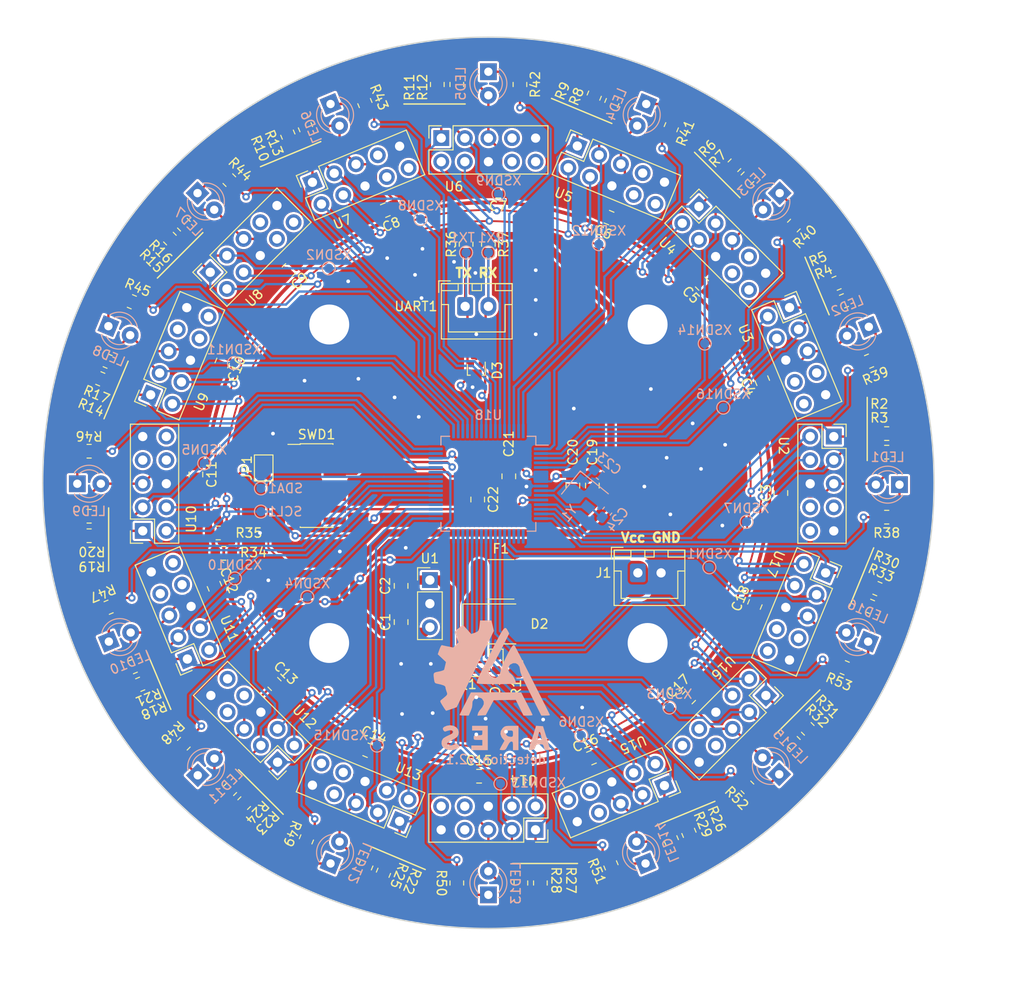
<source format=kicad_pcb>
(kicad_pcb (version 20221018) (generator pcbnew)
  (layers (0 "F.Cu" signal) (31 "B.Cu" signal) (34 "B.Paste" user) (35 "F.Paste" user) (36 "B.SilkS" user "B.Silkscreen") (37 "F.SilkS" user "F.Silkscreen") (38 "B.Mask" user) (39 "F.Mask" user) (44 "Edge.Cuts" user))
  (net 0 "")
  (net 1 "Net-(D1-K)")
  (net 2 "GND")
  (net 3 "+3V3")
  (net 4 "Net-(U18-PF0)")
  (net 5 "Net-(U18-PF1)")
  (net 6 "Net-(D1-A)")
  (net 7 "Net-(D2-A1)")
  (net 8 "Net-(J1-Pin_1)")
  (net 9 "SWDIO")
  (net 10 "SWCLK")
  (net 11 "NRST")
  (net 12 "Net-(JP1-B)")
  (net 13 "Net-(LED1-K)")
  (net 14 "Net-(LED2-K)")
  (net 15 "Net-(LED3-K)")
  (net 16 "Net-(LED4-K)")
  (net 17 "Net-(LED5-K)")
  (net 18 "Net-(LED6-K)")
  (net 19 "Net-(LED7-K)")
  (net 20 "Net-(LED8-K)")
  (net 21 "Net-(LED9-K)")
  (net 22 "Net-(LED10-K)")
  (net 23 "Net-(LED11-K)")
  (net 24 "Net-(LED12-K)")
  (net 25 "Net-(LED13-K)")
  (net 26 "Net-(LED14-K)")
  (net 27 "Net-(LED15-K)")
  (net 28 "INT0")
  (net 29 "XSDN15")
  (net 30 "INT15")
  (net 31 "INT1")
  (net 32 "XSDN1")
  (net 33 "XSDN14")
  (net 34 "INT14")
  (net 35 "INT13")
  (net 36 "INT2")
  (net 37 "XSDN2")
  (net 38 "XSDN13")
  (net 39 "INT12")
  (net 40 "INT3")
  (net 41 "XSDN3")
  (net 42 "XSDN12")
  (net 43 "INT11")
  (net 44 "INT4")
  (net 45 "XSDN4")
  (net 46 "XSDN11")
  (net 47 "INT10")
  (net 48 "INT5")
  (net 49 "XSDN5")
  (net 50 "XSDN10")
  (net 51 "INT9")
  (net 52 "INT6")
  (net 53 "XSDN6")
  (net 54 "XSDN9")
  (net 55 "INT8")
  (net 56 "INT7")
  (net 57 "XSDN7")
  (net 58 "XSDN8")
  (net 59 "LED0")
  (net 60 "LED1")
  (net 61 "LED2")
  (net 62 "LED3")
  (net 63 "LED4")
  (net 64 "LED5")
  (net 65 "LED6")
  (net 66 "LED7")
  (net 67 "LED8")
  (net 68 "LED9")
  (net 69 "LED10")
  (net 70 "LED11")
  (net 71 "LED12")
  (net 72 "LED13")
  (net 73 "LED14")
  (net 74 "LED15")
  (net 75 "SCL")
  (net 76 "SDA")
  (net 77 "Net-(LED16-K)")
  (net 94 "RX")
  (net 95 "TX")
  (net 106 "XSDN16")
  (footprint "Resistor_SMD:R_0805_2012Metric_Pad1.20x1.40mm_HandSolder" (layer "F.Cu") (at 144.5 59 90)
    (fp_text reference "R11")
    (fp_text value "10k")
  )
  (footprint "Capacitor_SMD:C_0805_2012Metric_Pad1.18x1.45mm_HandSolder" (layer "F.Cu") (at 126.966377 123.566377 -45)
    (fp_text reference "C13")
    (fp_text value "1u")
  )
  (footprint "Jumper:SolderJumper-2_P1.3mm_Open_TrianglePad1.0x1.5mm" (layer "F.Cu") (at 125.8 100.3 90)
    (fp_text reference "JP1")
    (fp_text value "SolderJumper_2_Open")
  )
  (footprint "Resistor_SMD:R_0805_2012Metric_Pad1.20x1.40mm_HandSolder" (layer "F.Cu") (at 117.2 74.1 135)
    (fp_text reference "R16")
    (fp_text value "10k")
  )
  (footprint "Capacitor_SMD:C_0805_2012Metric_Pad1.18x1.45mm_HandSolder" (layer "F.Cu") (at 161.2 102.2 -90)
    (fp_text reference "C19")
    (fp_text value "4.7u")
  )
  (footprint "Resistor_SMD:R_0805_2012Metric_Pad1.20x1.40mm_HandSolder" (layer "F.Cu") (at 184.4 128.4 -45)
    (fp_text reference "R31")
    (fp_text value "10k")
  )
  (footprint "Resistor_SMD:R_0805_2012Metric_Pad1.20x1.40mm_HandSolder" (layer "F.Cu") (at 163.2 143.1 112.5)
    (fp_text reference "R51")
    (fp_text value "3k")
  )
  (footprint "Connector_JST:JST_XH_B2B-XH-A_1x02_P2.50mm_Vertical" (layer "F.Cu") (at 166.1 111.6)
    (fp_text reference "J1")
    (fp_text value "BAT")
  )
  (footprint "Capacitor_SMD:C_0805_2012Metric_Pad1.18x1.45mm_HandSolder" (layer "F.Cu") (at 179.5 90.9 112.5)
    (fp_text reference "C4")
    (fp_text value "1u")
  )
  (footprint "Capacitor_SMD:C_0805_2012Metric_Pad1.18x1.45mm_HandSolder" (layer "F.Cu") (at 140.6 113 -90)
    (fp_text reference "C2")
    (fp_text value "22u")
  )
  (footprint "Resistor_SMD:R_0805_2012Metric_Pad1.20x1.40mm_HandSolder" (layer "F.Cu") (at 123.7 136.4 -135)
    (fp_text reference "R23")
    (fp_text value "10k")
  )
  (footprint "Resistor_SMD:R_0805_2012Metric_Pad1.20x1.40mm_HandSolder" (layer "F.Cu") (at 138.7 143.9 -112.5)
    (fp_text reference "R22")
    (fp_text value "10k")
  )
  (footprint "Resistor_SMD:R_0805_2012Metric_Pad1.20x1.40mm_HandSolder" (layer "F.Cu") (at 109.1 115.3 22.5)
    (fp_text reference "R47")
    (fp_text value "3k")
  )
  (footprint "Connector_PinHeader_2.54mm:PinHeader_2x05_P2.54mm_Vertical" (layer "F.Cu") (at 115.935828 93.37661 157.5)
    (fp_text reference "U9")
    (fp_text value "VL53L1X_module")
  )
  (footprint "Capacitor_SMD:C_0805_2012Metric_Pad1.18x1.45mm_HandSolder" (layer "F.Cu") (at 181.5 103 90)
    (fp_text reference "C3")
    (fp_text value "1u")
  )
  (footprint "Resistor_SMD:R_0805_2012Metric_Pad1.20x1.40mm_HandSolder" (layer "F.Cu") (at 130.3 63.6 112.5)
    (fp_text reference "R13")
    (fp_text value "10k")
  )
  (footprint "Resistor_SMD:R_0805_2012Metric_Pad1.20x1.40mm_HandSolder" (layer "F.Cu") (at 161.4 60.2 67.5)
    (fp_text reference "R9")
    (fp_text value "10k")
  )
  (footprint "Connector_PinHeader_2.54mm:PinHeader_2x05_P2.54mm_Vertical" (layer "F.Cu") (at 180.126129 83.980099 22.5)
    (fp_text reference "U3")
    (fp_text value "VL53L1X_module")
  )
  (footprint "Capacitor_SMD:C_0805_2012Metric_Pad1.18x1.45mm_HandSolder" (layer "F.Cu") (at 159.1 102.2 -90)
    (fp_text reference "C20")
    (fp_text value "100n")
  )
  (footprint "Resistor_SMD:R_0805_2012Metric_Pad1.20x1.40mm_HandSolder" (layer "F.Cu") (at 146.6 145 90)
    (fp_text reference "R50")
    (fp_text value "3k")
  )
  (footprint "Resistor_SMD:R_0805_2012Metric_Pad1.20x1.40mm_HandSolder" (layer "F.Cu") (at 153.5 145 -90)
    (fp_text reference "R28")
    (fp_text value "10k")
  )
  (footprint "MountingHole:MountingHole_4.3mm_M4_DIN965_Pad" (layer "F.Cu") (at 132.85 119.15)
    (fp_text reference "H4" hide)
    (fp_text value "MountingHole_Pad")
  )
  (footprint "Resistor_SMD:R_0805_2012Metric_Pad1.20x1.40mm_HandSolder" (layer "F.Cu") (at 177.9 69.1 45)
    (fp_text reference "R7")
    (fp_text value "10k")
  )
  (footprint "Connector_PinHeader_2.54mm:PinHeader_2x05_P2.54mm_Vertical" (layer "F.Cu") (at 170.909872 73.912995 45)
    (fp_text reference "U4")
    (fp_text value "VL53L1X_module")
  )
  (footprint "Connector_PinHeader_2.54mm:PinHeader_2x05_P2.54mm_Vertical" (layer "F.Cu") (at 158.62339 67.935828 67.5)
    (fp_text reference "U5")
    (fp_text value "VL53L1X_module")
  )
  (footprint "Capacitor_SMD:C_0805_2012Metric_Pad1.18x1.45mm_HandSolder" (layer "F.Cu") (at 120.5 113.0375 -67.5)
    (fp_text reference "C12")
    (fp_text value "1u")
  )
  (footprint "MountingHole:MountingHole_4.3mm_M4_DIN965_Pad" (layer "F.Cu") (at 167.15 119.15)
    (fp_text reference "H3" hide)
    (fp_text value "MountingHole_Pad")
  )
  (footprint "Resistor_SMD:R_0805_2012Metric_Pad1.20x1.40mm_HandSolder" (layer "F.Cu") (at 122.1 69.3 -45)
    (fp_text reference "R44")
    (fp_text value "3k")
  )
  (footprint "Capacitor_SMD:C_0805_2012Metric_Pad1.18x1.45mm_HandSolder" (layer "F.Cu") (at 178.7 115 67.5)
    (fp_text reference "C18")
    (fp_text value "1u")
  )
  (footprint "Resistor_SMD:R_0805_2012Metric_Pad1.20x1.40mm_HandSolder" (layer "F.Cu") (at 163.3 61 67.5)
    (fp_text reference "R8")
    (fp_text value "10k")
  )
  (footprint "Resistor_SMD:R_0805_2012Metric_Pad1.20x1.40mm_HandSolder" (layer "F.Cu") (at 155.6 145 -90)
    (fp_text reference "R27")
    (fp_text value "10k")
  )
  (footprint "Connector_PinHeader_2.54mm:PinHeader_2x05_P2.54mm_Vertical" (layer "F.Cu") (at 115.275 107.075 180)
    (fp_text reference "U10")
    (fp_text value "VL53L1X_module")
  )
  (footprint "Resistor_SMD:R_0805_2012Metric_Pad1.20x1.40mm_HandSolder" (layer "F.Cu") (at 122.2 134.9 -135)
    (fp_text reference "R24")
    (fp_text value "10k")
  )
  (footprint "Capacitor_SMD:C_0805_2012Metric_Pad1.18x1.45mm_HandSolder" (layer "F.Cu") (at 151.0625 70.5 180)
    (fp_text reference "C7")
    (fp_text value "1u")
  )
  (footprint "Capacitor_SMD:C_0805_2012Metric_Pad1.18x1.45mm_HandSolder" (layer "F.Cu") (at 140.6 116.9 90)
    (fp_text reference "C1")
    (fp_text value "10u")
  )
  (footprint "Capacitor_SMD:C_0805_2012Metric_Pad1.18x1.45mm_HandSolder" (layer "F.Cu") (at 173 80.4625 135)
    (fp_text reference "C5")
    (fp_text value "1u")
  )
  (footprint "Connector_PinHeader_2.54mm:PinHeader_2x05_P2.54mm_Vertical" (layer "F.Cu") (at 168 132.2 -67.5)
    (fp_text reference "U15")
    (fp_text value "VL53L1X_module")
  )
  (footprint "Package_TO_SOT_SMD:SOT-23" (layer "F.Cu") (at 147.75 121.2 180)
    (fp_text reference "Q1")
    (fp_text value "PMOS")
  )
  (footprint "Resistor_SMD:R_0805_2012Metric_Pad1.20x1.40mm_HandSolder" (layer "F.Cu") (at 153.4 59 -90)
    (fp_text reference "R42")
    (fp_text value "3k")
  )
  (footprint "Capacitor_SMD:C_0805_2012Metric_Pad1.18x1.45mm_HandSolder" (layer "F.Cu") (at 149 133.5)
    (fp_text reference "C15")
    (fp_text value "1u")
  )
  (footprint "Connector_PinHeader_2.54mm:PinHeader_2x05_P2.54mm_Vertical" (layer "F.Cu") (at 119.890686 119.921292 -157.5)
    (fp_text reference "U11")
    (fp_text value "VL53L1X_module")
  )
  (footprint "Resistor_SMD:R_0805_2012Metric_Pad1.20x1.40mm_HandSolder" (layer "F.Cu") (at 109 88.8 157.5)
    (fp_text reference "R17")
    (fp_text value "10k")
  )
  (footprint "Resistor_SMD:R_0805_2012Metric_Pad1.20x1.40mm_HandSolder" (layer "F.Cu") (at 177.9 134.7 135)
    (fp_text reference "R52")
    (fp_text value "3k")
  )
  (footprint "Resistor_SMD:R_0805_2012Metric_Pad1.20x1.40mm_HandSolder" (layer "F.Cu") (at 191.1 115.2 -22.5)
    (fp_text reference "R33")
    (fp_text value "10k")
  )
  (footprint "Resistor_SMD:R_0805_2012Metric_Pad1.20x1.40mm_HandSolder" (layer "F.Cu") (at 117.2 130 45)
    (fp_text reference "R48")
    (fp_text value "3k")
  )
  (footprint "Resistor_SMD:R_0805_2012Metric" (layer "F.Cu") (at 147.6 76.2 -90)
    (fp_text reference "R36")
    (fp_text value "DNP")
  )
  (footprint "Resistor_SMD:R_0805_2012Metric_Pad1.20x1.40mm_HandSolder" (layer "F.Cu") (at 182.9 74.192893 -135)
    (fp_text reference "R40")
    (fp_text value "3k")
  )
  (footprint "Package_TO_SOT_SMD:SOT-416" (layer "F.Cu") (at 148.7 89.8 -90)
    (fp_text reference "D3")
    (fp_text value "ESD7C5.0DT5G")
  )
  (footprint "Resistor_SMD:R_0805_2012Metric_Pad1.20x1.40mm_HandSolder" (layer "F.Cu") (at 146.6 59 90)
    (fp_text reference "R12")
    (fp_text value "10k")
  )
  (footprint "Capacitor_SMD:C_0805_2012Metric_Pad1.18x1.45mm_HandSolder" (layer "F.Cu") (at 137 130.7 -22.5)
    (fp_text reference "C14")
    (fp_text value "1u")
  )
  (footprint "Capacitor_SMD:C_0805_2012Metric_Pad1.18x1.45mm_HandSolder" (layer "F.Cu") (at 163 73.3375 157.5)
    (fp_text reference "C6")
    (fp_text value "1u")
  )
  (footprint "Resistor_SMD:R_0805_2012Metric" (layer "F.Cu") (at 121.5 109.5)
    (fp_text reference "R34")
    (fp_text value "2.2k")
  )
  (footprint "Resistor_SMD:R_0805_2012Metric_Pad1.20x1.40mm_HandSolder" (layer "F.Cu") (at 152.95 121.3 90)
    (fp_text reference "R1")
    (fp_text value "10k")
  )
  (footprint "Resistor_SMD:R_0805_2012Metric_Pad1.20x1.40mm_HandSolder" (layer "F.Cu") (at 176.5 67.7 45)
    (fp_text reference "R6")
    (fp_text value "10k")
  )
  (footprint "Resistor_SMD:R_0805_2012Metric_Pad1.20x1.40mm_HandSolder" (layer "F.Cu") (at 130.4 140.3 67.5)
    (fp_text reference "R49")
    (fp_text value "3k")
  )
  (footprint "Connector_PinHeader_1.27mm:PinHeader_2x07_P1.27mm_Vertical_SMD" (layer "F.Cu") (at 131.5 102.2)
    (fp_text reference "SWD1")
    (fp_text value "Conn_02x07_Odd_Even")
  )
  (footprint "Connector_PinHeader_2.54mm:PinHeader_2x05_P2.54mm_Vertical" (layer "F.Cu") (at 132.006692 71.844032 112.5)
    (fp_text reference "U7")
    (fp_text value "VL53L1X_module")
  )
  (footprint "Capacitor_SMD:C_0805_2012Metric_Pad1.18x1.45mm_HandSolder" (layer "F.Cu") (at 152.2 101.2 -90)
    (fp_text reference "C21")
    (fp_text value "100n")
  )
  (footprint "Capacitor_SMD:C_0805_2012Metric_Pad1.18x1.45mm_HandSolder" (layer "F.Cu") (at 128.5 79 -135)
    (fp_text reference "C9")
    (fp_text value "1u")
  )
  (footprint "Resistor_SMD:R_0805_2012Metric_Pad1.20x1.40mm_HandSolder" (layer "F.Cu") (at 188.37612 121.817317 157.5)
    (fp_text reference "R53")
    (fp_text value "3k")
  )
  (footprint "Diode_SMD:D_SMB" (layer "F.Cu") (at 150.8 117.1)
    (fp_text reference "D2")
    (fp_text value "1.5SMBJ36CA")
  )
  (footprint "Resistor_SMD:R_0805_2012Metric_Pad1.20x1.40mm_HandSolder" (layer "F.Cu") (at 191 88.8 -157.5)
    (fp_text reference "R39")
    (fp_text value "3k")
  )
  (footprint "Connector_PinHeader_2.54mm:PinHeader_2x05_P2.54mm_Vertical" (layer "F.Cu") (at 144.925 67.275 90)
    (fp_text reference "U6")
    (fp_text value "VL53L1X_module")
  )
  (footprint "Diode_SMD:D_0603_1608Metric" (layer "F.Cu") (at 150.85 121.3 -90)
    (fp_text reference "D1")
    (fp_text value "4V7")
  )
  (footprint "Resistor_SMD:R_0805_2012Metric_Pad1.20x1.40mm_HandSolder" (layer "F.Cu") (at 192.9 98.6)
    (fp_text reference "R3")
    (fp_text value "10k")
  )
  (footprint "Connector_PinHeader_2.54mm:PinHeader_2x05_P2.54mm_Vertical" (layer "F.Cu") (at 155.075 136.775 -90)
    (fp_text reference "U14")
    (fp_text value "VL53L1X_module")
  )
  (footprint "Connector_PinHeader_2.54mm:PinHeader_2x05_P2.54mm_Vertical" (layer "F.Cu") (at 129.063818 130.220387 -135)
    (fp_text reference "U12")
    (fp_text value "VL53L1X_module")
  )
  (footprint "Connector_JST:JST_XH_B2B-XH-A_1x02_P2.50mm_Vertical" (layer "F.Cu") (at 147.5 82.9)
    (fp_text reference "UART1")
    (fp_text value "Conn_01x02_Male")
  )
  (footprint "Resistor_SMD:R_0805_2012Metric_Pad1.20x1.40mm_HandSolder" (layer "F.Cu") (at 182.9 129.9 -45)
    (fp_text reference "R32")
    (fp_text value "10k")
  )
  (footprint "Resistor_SMD:R_0805_2012Metric_Pad1.20x1.40mm_HandSolder" (layer "F.Cu") (at 107 105.5 180)
    (fp_text reference "R20")
    (fp_text value "10k")
  )
  (footprint "Capacitor_SMD:C_0805_2012Metric_Pad1.18x1.45mm_HandSolder" (layer "F.Cu") (at 121.3375 89 -112.5)
    (fp_text reference "C10")
    (fp_text value "1u")
  )
  (footprint "MountingHole:MountingHole_4.3mm_M4_DIN965_Pad" (layer "F.Cu") (at 132.86 84.85)
    (fp_text reference "H1" hide)
    (fp_text value "MountingHole_Pad")
  )
  (footprint "Resistor_SMD:R_0805_2012Metric_Pad1.20x1.40mm_HandSolder" (layer "F.Cu") (at 171.6 139.6 -67.5)
    (fp_text reference "R26")
    (fp_text value "10k")
  )
  (footprint "Resistor_SMD:R_0805_2012Metric_Pad1.20x1.40mm_HandSolder" (layer "F.Cu") (at 192.9 105.6)
    (fp_text reference "R38")
    (fp_text value "3k")
  )
  (footprint "Capacitor_SMD:C_0805_2012Metric_Pad1.18x1.45mm_HandSolder" (layer "F.Cu") (at 118.5 101 -90)
    (fp_text reference "C11")
    (fp_text value "1u")
  )
  (footprint "Connector_PinHeader_2.54mm:PinHeader_1x03_P2.54mm_Vertical" (layer "F.Cu") (at 143.7 112.375)
    (fp_text reference "U1")
    (fp_text value "Buck_3.3V")
  )
  (footprint "Resistor_SMD:R_0805_2012Metric_Pad1.20x1.40mm_HandSolder" (layer "F.Cu") (at 115.7 75.6 135)
    (fp_text reference "R15")
    (fp_text value "10k")
  )
  (footprint "Resistor_SMD:R_0805_2012Metric_Pad1.20x1.40mm_HandSolder" (layer "F.Cu") (at 136.7 61 -67.5)
    (fp_text reference "R43")
    (fp_text value "3k")
  )
  (footprint "Deimos:polyswitch" (layer "F.Cu") (at 151.35 112.3)
    (fp_text reference "F1")
    (fp_text value "polyfuse")
  )
  (footprint "Capacitor_SMD:C_0805_2012Metric_Pad1.18x1.45mm_HandSolder" (layer "F.Cu") (at 138.9 72.5375 -157.5)
    (fp_text reference "C8")
    (fp_text value "1u")
  )
  (footprint "Resistor_SMD:R_0805_2012Metric_Pad1.20x1.40mm_HandSolder" (layer "F.Cu") (at 188.3 82.3 22.5)
    (fp_text reference "R4")
    (fp_text value "10k")
  )
  (footprint "Resistor_SMD:R_0805_2012Metric_Pad1.20x1.40mm_HandSolder" (layer "F.Cu") (at 187.5 80.4 22.5)
    (fp_text reference "R5")
    (fp_text value "10k")
  )
  (footprint "Connector_PinHeader_2.54mm:PinHeader_2x05_P2.54mm_Vertical" (layer "F.Cu") (at 121.812995 80.990129 135)
    (fp_text reference "U8")
    (fp_text value "VL53L1X_module")
  )
  (footprint "Resistor_SMD:R_0805_2012Metric_Pad1.20x1.40mm_HandSolder" (layer "F.Cu") (at 191.9 113.3 -22.5)
    (fp_text reference "R30")
    (fp_text value "10k")
  )
  (footprint "Resistor_SMD:R_0805_2012Metric_Pad1.20x1.40mm_HandSolder" (layer "F.Cu") (at 169.7 63.6 -112.5)
    (fp_text reference "R41")
    (fp_text value "3k")
  )
  (footprint "Resistor_SMD:R_0805_2012Metric_Pad1.20x1.40mm_HandSolder" (layer "F.Cu") (at 107 107.6 180)
    (fp_text reference "R19")
    (fp_text value "10k")
  )
  (footprint "Connector_PinHeader_2.54mm:PinHeader_2x05_P2.54mm_Vertical" (layer "F.Cu") (at 141.393308 136.044032 -112.5)
    (fp_text reference "U13")
    (fp_text value "VL53L1X_module")
  )
  (footprint "Connector_PinHeader_2.54mm:PinHeader_2x05_P2.54mm_Vertical" (layer "F.Cu") (at 178.120387 123.036182 -45)
    (fp_text reference "U16")
    (fp_text value "VL53L1X_module")
  )
  (footprint "Resistor_SMD:R_0805_2012Metric_Pad1.20x1.40mm_HandSolder" (layer "F.Cu") (at 107 98.5)
    (fp_text reference "R46")
    (fp_text value "3k")
  )
  (footprint "Connector_PinHeader_2.54mm:PinHeader_2x05_P2.54mm_Vertical" (layer "F.Cu") (at 184.010366 110.642525 -22.5)
    (fp_text reference "U17")
    (fp_text value "VL53L1X_module")
  )
  (footprint "Capacitor_SMD:C_0805_2012Metric_Pad1.18x1.45mm_HandSolder" (layer "F.Cu") (at 161.1 131.5 22.5)
    (fp_text reference "C16")
    (fp_text value "1u")
  )
  (footprint "Resistor_SMD:R_0805_2012Metric_Pad1.20x1.40mm_HandSolder" (layer "F.Cu") (at 111.6 82.4 -22.5)
    (fp_text reference "R45")
    (fp_text value "3k")
  )
  (footprint "Resistor_SMD:R_0805_2012Metric_Pad1.20x1.40mm_HandSolder" (layer "F.Cu") (at 192.9 96.6)
    (fp_text reference "R2")
    (fp_text value "10k")
  )
  (footprint "Capacitor_SMD:C_0805_2012Metric_Pad1.18x1.45mm_HandSolder" (layer "F.Cu") (at 148.85 103.7 -90)
    (fp_text reference "C22")
    (fp_text value "100n")
  )
  (footprint "Resistor_SMD:R_0805_2012Metric_Pad1.20x1.40mm_HandSolder" (layer "F.Cu") (at 136.8 143.1 -112.5)
    (fp_text reference "R25")
    (fp_text value "10k")
  )
  (footprint "Connector_PinHeader_2.54mm:PinHeader_2x05_P2.54mm_Vertical" (layer "F.Cu") (at 184.7 96.92)
    (fp_text reference "U2")
    (fp_text value "VL53L1X_module")
  )
  (footprint "Resistor_SMD:R_0805_2012Metric_Pad1.20x1.40mm_HandSolder" (layer "F.Cu") (at 108.2 90.7 157.5)
    (fp_text reference "R14")
    (fp_text value "10k")
  )
  (footprint "Capacitor_SMD:C_0805_2012Metric_Pad1.18x1.45mm_HandSolder" (layer "F.Cu") (at 171.6 125 45)
    (fp_text reference "C17")
    (fp_text value "1u")
  )
  (footprint "Resistor_SMD:R_0805_2012Metric_Pad1.20x1.40mm_HandSolder" (layer "F.Cu") (at 128.4 64.4 112.5)
    (fp_text reference "R10")
    (fp_text value "10k")
  )
  (footprint "Resistor_SMD:R_0805_2012Metric_Pad1.20x1.40mm_HandSolder" (layer "F.Cu") (at 111.7 121.7 -157.5)
    (fp_text reference "R21")
    (fp_text value "10k")
  )
  (footprint "Resistor_SMD:R_0805_2012Metric" (layer "F.Cu") (at 120.9 107.3 180)
    (fp_text reference "R35")
    (fp_text value "2.2k")
  )
  (footprint "Resistor_SMD:R_0805_2012Metric" (layer "F.Cu") (at 150 76.2 -90)
    (fp_text reference "R37")
    (fp_text value "DNP")
  )
  (footprint "MountingHole:MountingHole_4.3mm_M4_DIN965_Pad" (layer "F.Cu") (at 167.15 84.85)
    (fp_text reference "H2" hide)
    (fp_text value "MountingHole_Pad")
  )
  (footprint "Resistor_SMD:R_0805_2012Metric_Pad1.20x1.40mm_HandSolder" (layer "F.Cu") (at 112.5 123.6 -157.5)
    (fp_text reference "R18")
    (fp_text value "10k")
  )
  (footprint "Resistor_SMD:R_0805_2012Metric_Pad1.20x1.40mm_HandSolder" (layer "F.Cu") (at 169.7 140.4 -67.5)
    (fp_text reference "R29")
    (fp_text value "10k")
  )
  (footprint "LED_THT:LED_D3.0mm" (layer "B.Cu") (at 118.7 133.4 45)
    (fp_text reference "LED11")
    (fp_text value "LED")
  )
  (footprint "TestPoint:TestPoint_Pad_D1.0mm" (layer "B.Cu") (at 125.5 102.5 180)
    (fp_text reference "SDA1")
    (fp_text value "TestPoint")
  )
  (footprint "LED_THT:LED_D3.0mm" (layer "B.Cu") (at 150 146.275 90)
    (fp_text reference "LED13")
    (fp_text value "LED")
  )
  (footprint "TestPoint:TestPoint_Pad_D1.0mm" (layer "B.Cu") (at 132.8 78.8 180)
    (fp_text reference "XSDN2")
    (fp_text value "TestPoint")
  )
  (footprint "Capacitor_SMD:C_0603_1608Metric_Pad1.08x0.95mm_HandSolder" (layer "B.Cu") (at 162.05 101.05 -39)
    (fp_text reference "C23")
    (fp_text value "20p")
  )
  (footprint "LED_THT:LED_D3.0mm" (layer "B.Cu") (at 150 57.625 -90)
    (fp_text reference "LED5")
    (fp_text value "LED")
  )
  (footprint "TestPoint:TestPoint_Pad_D1.0mm" (layer "B.Cu") (at 122.6 89 180)
    (fp_text reference "XSDN11")
    (fp_text value "TestPoint")
  )
  (footprint "LED_THT:LED_D3.0mm" (layer "B.Cu") (at 194.275 102.1 180)
    (fp_text reference "LED1")
    (fp_text value "LED")
  )
  (footprint "LED_THT:LED_D3.0mm" (layer "B.Cu") (at 109.075 85.027984 -22.5)
    (fp_text reference "LED8")
    (fp_text value "LED")
  )
  (footprint "TestPoint:TestPoint_Pad_D1.0mm" (layer "B.Cu") (at 169.5 126.1 180)
    (fp_text reference "XSDN3")
    (fp_text value "TestPoint")
  )
  (footprint "TestPoint:TestPoint_Pad_D1.0mm" (layer "B.Cu") (at 151.3 134.3 180)
    (fp_text reference "XSDN13")
    (fp_text value "TestPoint")
  )
  (footprint "LED_THT:LED_D3.0mm" (layer "B.Cu") (at 166.925 142.9 112.5)
    (fp_text reference "LED14")
    (fp_text value "LED")
  )
  (footprint "TestPoint:TestPoint_Pad_D1.0mm" (layer "B.Cu") (at 142.7 73.5 180)
    (fp_text reference "XSDN8")
    (fp_text value "TestPoint")
  )
  (footprint "LED_THT:LED_D3.0mm" (layer "B.Cu") (at 118.675 70.698439 -45)
    (fp_text reference "LED7")
    (fp_text value "LED")
  )
  (footprint "LED_THT:LED_D3.0mm" (layer "B.Cu") (at 190.9 119 157.5)
    (fp_text reference "LED16")
    (fp_text value "LED")
  )
  (footprint "TestPoint:TestPoint_Pad_D1.0mm" (layer "B.Cu") (at 161.9 76.2 180)
    (fp_text reference "XSDN12")
    (fp_text value "TestPoint")
  )
  (footprint "TestPoint:TestPoint_Pad_D1.0mm" (layer "B.Cu") (at 130.5 114.2 180)
    (fp_text reference "XSDN4")
    (fp_text value "TestPoint")
  )
  (footprint "Crystal:Crystal_SMD_EuroQuartz_MT-4Pin_3.2x2.5mm" (layer "B.Cu") (at 160.4 103.1 -39)
    (fp_text reference "Y1")
    (fp_text value "16MHz")
  )
  (footprint "LED_THT:LED_D3.0mm" (layer "B.Cu") (at 181.375 70.7 -135)
    (fp_text reference "LED3")
    (fp_text value "LED")
  )
  (footprint "LED_THT:LED_D3.0mm" (layer "B.Cu") (at 133 61.1 -67.5)
    (fp_text reference "LED6")
    (fp_text value "LED")
  )
  (footprint "Package_QFP:LQFP-64_10x10mm_P0.5mm" (layer "B.Cu") (at 150 102 180)
    (fp_text reference "U18")
    (fp_text value "STM32G070")
  )
  (footprint "TestPoint:TestPoint_Pad_D1.0mm" (layer "B.Cu") (at 173.3 86.9 180)
    (fp_text reference "XSDN14")
    (fp_text value "TestPoint")
  )
  (footprint "TestPoint:TestPoint_Pad_D1.0mm" (layer "B.Cu") (at 175.3 93.8 180)
    (fp_text reference "XSDN16")
    (fp_text value "TestPoint")
  )
  (footprint "LED_THT:LED_D3.0mm" (layer "B.Cu") (at 190.975 85.1 -157.5)
    (fp_text reference "LED2")
    (fp_text value "LED")
  )
  (footprint "TestPoint:TestPoint_Pad_D1.0mm" (layer "B.Cu") (at 122.7 112.2 180)
    (fp_text reference "XSDN10")
    (fp_text value "TestPoint")
  )
  (footprint "TestPoint:TestPoint_Pad_D1.0mm" (layer "B.Cu") (at 147.6 77.1 180)
    (fp_text reference "TX1")
    (fp_text value "TestPoint")
  )
  (footprint "TestPoint:TestPoint_Pad_D1.0mm" (layer "B.Cu") (at 138 130.2 180)
    (fp_text reference "XSDN15")
    (fp_text value "TestPoint")
  )
  (footprint "LED_THT:LED_D3.0mm" (layer "B.Cu") (at 133 142.9 67.5)
    (fp_text reference "LED12")
    (fp_text value "LED")
  )
  (footprint "TestPoint:TestPoint_Pad_D1.0mm" (layer "B.Cu") (at 177.8 106.1 180)
    (fp_text reference "XSDN7")
    (fp_text value "TestPoint")
  )
  (footprint "LED_THT:LED_D3.0mm" (layer "B.Cu") (at 167 61.1 -112.5)
    (fp_text reference "LED4")
    (fp_text value "LED")
  )
  (footprint "LED_THT:LED_D3.0mm" (layer "B.Cu") (at 105.725 102)
    (fp_text reference "LED9")
    (fp_text value "LED")
  )
  (footprint "TestPoint:TestPoint_Pad_D1.0mm" (layer "B.Cu") (at 173.8 111 180)
    (fp_text reference "XSDN1")
    (fp_text value "TestPoint")
  )
  (footprint "TestPoint:TestPoint_Pad_D1.0mm" (layer "B.Cu") (at 160 129.1 180)
    (fp_text reference "XSDN6")
    (fp_text value "TestPoint")
  )
  (footprint "TestPoint:TestPoint_Pad_D1.0mm" (layer "B.Cu") (at 150 77.1 180)
    (fp_text reference "RX1")
    (fp_text value "TestPoint")
  )
  (footprint "Deimos:ares_logo" (layer "B.Cu") (at 150.7 124.6 180)
    (fp_text reference "G***" hide)
    (fp_text value "LOGO" hide)
  )
  (footprint "LED_THT:LED_D3.0mm" (layer "B.Cu") (at 109.125 119 22.5)
    (fp_text reference "LED10")
    (fp_text value "LED")
  )
  (footprint "TestPoint:TestPoint_Pad_D1.0mm" (layer "B.Cu") (at 151.1 70.8 180)
    (fp_text reference "XSDN9")
    (fp_text value "TestPoint")
  )
  (footprint "TestPoint:TestPoint_Pad_D1.0mm" (layer "B.Cu") (at 125.5 105 180)
    (fp_text reference "SCL1")
    (fp_text value "TestPoint")
  )
  (footprint "LED_THT:LED_D3.0mm" (layer "B.Cu") (at 181.325 133.296051 135)
    (fp_text reference "LED15")
    (fp_text value "LED")
  )
  (footprint "TestPoint:TestPoint_Pad_D1.0mm" (layer "B.Cu") (at 119.4 99.8 180)
    (fp_text reference "XSDN5")
    (fp_text value "TestPoint")
  )
  (footprint "Capacitor_SMD:C_0603_1608Metric_Pad1.08x0.95mm_HandSolder" (layer "B.Cu") (at 162.8 104.95 51)
    (fp_text reference "C24")
    (fp_text value "20p")
  )
  (gr_line (start 136.8 140.85) (end 143.2 143.55) (stroke (width 0.15)) (layer "F.SilkS"))
  (gr_line (start 186.7 83.8) (end 184.1 77.6) (stroke (width 0.15)) (layer "F.SilkS"))
  (gr_line (start 131.95 65.15) (end 125.45 67.85) (stroke (width 0.15)) (layer "F.SilkS"))
  (gr_line (start 190.8 99.5) (end 190.8 92.7) (stroke (width 0.15)) (layer "F.SilkS"))
  (gr_line (start 111.2 88.8) (end 108.6 95) (stroke (width 0.15)) (layer "F.SilkS"))
  (gr_line (start 123.1 132.8) (end 127.9 137.6) (stroke (width 0.15)) (layer "F.SilkS"))
  (gr_line (start 119.25 74.95) (end 114.35 79.85) (stroke (width 0.15)) (layer "F.SilkS"))
  (gr_line (start 147.5 61.1) (end 140.9 61.1) (stroke (width 0.15)) (layer "F.SilkS"))
  (gr_line (start 177.1 71.2) (end 172.2 66.3) (stroke (width 0.15)) (layer "F.SilkS"))
  (gr_line (start 180.9 129) (end 185.7 124.2) (stroke (width 0.15)) (layer "F.SilkS"))
  (gr_line (start 113.2 120.1) (end 115.8 126.3) (stroke (width 0.15)) (layer "F.SilkS"))
  (gr_line (start 168.1 138.8) (end 174.4 136.2) (stroke (width 0.15)) (layer "F.SilkS"))
  (gr_line (start 152.6 142.9) (end 159.6 142.9) (stroke (width 0.15)) (layer "F.SilkS"))
  (gr_line (start 163.3 63.2) (end 156.8 60.5) (stroke (width 0.15)) (layer "F.SilkS"))
  (gr_line (start 109.1 104.6) (end 109.1 111.4) (stroke (width 0.15)) (layer "F.SilkS"))
  (gr_line (start 188.9 115.2) (end 191.5 108.9) (stroke (width 0.15)) (layer "F.SilkS"))
  (gr_circle (center 150 101.9) (end 198 101.9) (stroke (width 0.15)) (fill none) (layer "Edge.Cuts"))
  (gr_text "detection v2.1" (at 150.8 131.7) (layer "B.SilkS") (effects (font (size 1 1)) (justify mirror)))
  (gr_text "TX RX" (at 148.7 79.3) (layer "F.SilkS") (effects (font (size 1 1) (thickness 0.25))))
  (gr_text "Vcc GND" (at 167.5 107.8) (layer "F.SilkS") (effects (font (size 1 1) (thickness 0.25))))
  (segment (start 141.9375 111.9625) (end 140.6 111.9625) (width 1) (layer "F.Cu") (net 1))
  (segment (start 146.8125 121.2) (end 150.1625 121.2) (width 0.25) (layer "F.Cu") (net 1))
  (segment (start 145.8 113.4) (end 144.775 112.375) (width 1) (layer "F.Cu") (net 1))
  (segment (start 145.8 120.1875) (end 146.8125 121.2) (width 1) (layer "F.Cu") (net 1))
  (segment (start 145.8 113.4) (end 145.8 120.1875) (width 1) (layer "F.Cu") (net 1))
  (segment (start 142.35 112.375) (end 141.9375 111.9625) (width 1) (layer "F.Cu") (net 1))
  (segment (start 143.7 112.375) (end 142.35 112.375) (width 1) (layer "F.Cu") (net 1))
  (segment (start 150.1625 121.2) (end 150.85 120.5125) (width 0.25) (layer "F.Cu") (net 1))
  (segment (start 144.775 112.375) (end 143.7 112.375) (width 1) (layer "F.Cu") (net 1))
  (segment (start 154.1 102.3) (end 158.1625 102.3) (width 0.25) (layer "F.Cu") (net 2))
  (segment (start 161.2 103.2375) (end 159.1 103.2375) (width 0.25) (layer "F.Cu") (net 2))
  (segment (start 158.1625 102.3) (end 159.1 103.2375) (width 0.25) (layer "F.Cu") (net 2))
  (segment (start 154.0375 102.2375) (end 154.1 102.3) (width 0.25) (layer "F.Cu") (net 2))
  (segment (start 152.2 102.2375) (end 154.0375 102.2375) (width 0.25) (layer "F.Cu") (net 2))
  (via (at 172.9 100.4) (size 0.8) (drill 0.4) (layers "F.Cu" "B.Cu") (net 2))
  (via (at 139.9 92.7) (size 0.8) (drill 0.4) (layers "F.Cu" "B.Cu") (net 2))
  (via (at 130.2 90.9) (size 0.8) (drill 0.4) (layers "F.Cu" "B.Cu") (net 2))
  (via (at 134.9 80.2) (size 0.8) (drill 0.4) (layers "F.Cu" "B.Cu") (net 2))
  (via (at 148.7 85.9) (size 0.8) (drill 0.4) (layers "F.Cu" "B.Cu") (net 2))
  (via (at 125.4 107.3) (size 0.8) (drill 0.4) (layers "F.Cu" "B.Cu") (net 2))
  (via (at 175.5 97.8) (size 0.8) (drill 0.4) (layers "F.Cu" "B.Cu") (net 2))
  (via (at 142.1 79.5) (size 0.8) (drill 0.4) (layers "F.Cu" "B.Cu") (net 2))
  (via (at 140.7 126.8) (size 0.8) (drill 0.4) (layers "F.Cu" "B.Cu") (net 2))
  (via (at 154.1 102.3) (size 0.8) (drill 0.4) (layers "F.Cu" "B.Cu") (net 2))
  (via (at 126.8 96.6) (size 0.8) (drill 0.4) (layers "F.Cu" "B.Cu") (net 2))
  (via (at 141.1 108.9) (size 0.8) (drill 0.4) (layers "F.Cu" "B.Cu") (net 2))
  (via (at 175.2 106.5) (size 0.8) (drill 0.4) (layers "F.Cu" "B.Cu") (net 2))
  (via (at 169.2 99.2) (size 0.8) (drill 0.4) (layers "F.Cu" "B.Cu") (net 2))
  (via (at 146.3 78.1) (size 0.8) (drill 0.4) (layers "F.Cu" "B.Cu") (net 2))
  (via (at 148.7 125) (size 0.8) (drill 0.4) (layers "F.Cu" "B.Cu") (net 2))
  (via (at 136 90.7) (size 0.8) (drill 0.4) (layers "F.Cu" "B.Cu") (net 2))
  (via (at 148.6 79.3) (size 0.8) (drill 0.4) (layers "F.Cu" "B.Cu") (net 2))
  (via (at 148.3 91.6) (size 0.8) (drill 0.4) (layers "F.Cu" "B.Cu") (net 2))
  (via (at 148.7 129) (size 0.8) (drill 0.4) (layers "F.Cu" "B.Cu") (net 2))
  (via (at 144 126.7) (size 0.8) (drill 0.4) (layers "F.Cu" "B.Cu") (net 2))
  (via (at 139.1 77.7) (size 0.8) (drill 0.4) (layers "F.Cu" "B.Cu") (net 2))
  (via (at 172 95.5) (size 0.8) (drill 0.4) (layers "F.Cu" "B.Cu") (net 2))
  (via (at 143.8 121.4) (size 0.8) (drill 0.4) (layers "F.Cu" "B.Cu") (net 2))
  (via (at 142.8 82) (size 0.8) (drill 0.4) (layers "F.Cu" "B.Cu") (net 2))
  (via (at 155.1 82.2) (size 0.8) (drill 0.4) (layers "F.Cu" "B.Cu") (net 2))
  (via (at 126.3 112.4) (size 0.8) (drill 0.4) (layers "F.Cu" "B.Cu") (net 2))
  (via (at 166.8 102.3) (size 0.8) (drill 0.4) (layers "F.Cu" "B.Cu") (net 2))
  (via (at 151.9 128.7) (size 0.8) (drill 0.4) (layers "F.Cu" "B.Cu") (net 2))
  (via (at 155.1 79) (size 0.8) (drill 0.4) (layers "F.Cu" "B.Cu") (net 2))
  (via (at 134 109.3) (size 0.8) (drill 0.4) (layers "F.Cu" "B.Cu") (net 2))
  (via (at 149.7 127.3) (size 0.8) (drill 0.4) (layers "F.Cu" "B.Cu") (net 2))
  (via (at 142.5 94.8) (size 0.8) (drill 0.4) (layers "F.Cu" "B.Cu") (net 2))
  (via (at 169.6 105.3) (size 0.8) (drill 0.4) (layers "F.Cu" "B.Cu") (net 2))
  (via (at 140.6 121.4) (size 0.8) (drill 0.4) (layers "F.Cu" "B.Cu") (net 2))
  (via (at 142.9 76.7) (size 0.8) (drill 0.4) (layers "F.Cu" "B.Cu") (net 2))
  (via (at 167.5 91.8) (size 0.8) (drill 0.4) (layers "F.Cu" "B.Cu") (net 2))
  (via (at 155.1 85.9) (size 0.8) (drill 0.4) (layers "F.Cu" "B.Cu") (net 2))
  (via (at 159.2 93.9) (size 0.8) (drill 0.4) (layers "F.Cu" "B.Cu") (net 2))
  (via (at 155.9 127.4) (size 0.8) (drill 0.4) (layers "F.Cu" "B.Cu") (net 2))
  (via (at 160.1 126.1) (size 0.8) (drill 0.4) (layers "F.Cu" "B.Cu") (net 2))
  (segment (start 161.821249 103.092821) (end 161.821249 102.73796) (width 0.25) (layer "B.Cu") (net 2))
  (segment (start 154.15 102.25) (end 154.1 102.3) (width 0.25) (layer "B.Cu") (net 2))
  (segment (start 161.806891 103.107179) (end 161.821249 103.092821) (width 0.25) (layer "B.Cu") (net 2))
  (segment (start 162.720288 101.592789) (end 162.720288 102.193782) (width 0.25) (layer "B.Cu") (net 2))
  (segment (start 155.675 102.25) (end 154.15 102.25) (width 0.25) (layer "B.Cu") (net 2))
  (segment (start 158.978751 103.107179) (end 161.806891 103.107179) (width 0.25) (layer "B.Cu") (net 2))
  (segment (start 162.720288 102.193782) (end 161.821249 103.092821) (width 0.25) (layer "B.Cu") (net 2))
  (segment (start 163.028428 104.3) (end 161.821249 103.092821) (width 0.25) (layer "B.Cu") (net 2))
  (segment (start 163.7 104.3) (end 163.028428 104.3) (width 0.25) (layer "B.Cu") (net 2))
  (segment (start 186.111475 118.027984) (end 184.376033 116.292542) (width 0.25) (layer "F.Cu") (net 3))
  (segment (start 117.6425 100.82) (end 118.5 99.9625) (width 0.25) (layer "F.Cu") (net 3))
  (segment (start 150 60.165) (end 150 64.77) (width 0.25) (layer "F.Cu") (net 3))
  (segment (start 174.36565 128.396051) (end 171.703222 125.733623) (width 0.25) (layer "F.Cu") (net 3))
  (segment (start 188.42388 81.117317) (end 189.22388 81.917317) (width 0.25) (layer "F.Cu") (net 3))
  (segment (start 179.578949 72.496051) (end 176.33767 75.73733) (width 0.25) (layer "F.Cu") (net 3))
  (segment (start 151.37 69.77) (end 151.37 66.14) (width 0.25) (layer "F.Cu") (net 3))
  (segment (start 136.417317 144.02388) (end 136.417317 142.998647) (width 0.25) (layer "F.Cu") (net 3))
  (segment (start 139.858525 71.458525) (end 139.858525 72.140466) (width 0.25) (layer "F.Cu") (net 3))
  (segment (start 165.952984 140.553346) (end 165.952984 138.143314) (width 0.25) (layer "F.Cu") (net 3))
  (segment (start 107.27612 89.217317) (end 108.07612 88.417317) (width 0.25) (layer "F.Cu") (net 3))
  (segment (start 152.1 70.6) (end 152.1 71.7) (width 0.25) (layer "F.Cu") (net 3))
  (segment (start 121.976009 88) (end 123.1 88) (width 0.25) (layer "F.Cu") (net 3))
  (segment (start 134.4625 113.9625) (end 138.5 118) (width 0.8) (layer "F.Cu") (net 3))
  (segment (start 120.102966 112.078975) (end 120.102966 109.984534) (width 0.25) (layer "F.Cu") (net 3))
  (segment (start 140.6625 118) (end 140.6 117.9375) (width 1) (layer "F.Cu") (net 3))
  (segment (start 182.714214 131.5) (end 185.107107 129.107107) (width 0.25) (layer "F.Cu") (net 3))
  (segment (start 185.835 103.365) (end 187.2 102) (width 0.25) (layer "F.Cu") (net 3))
  (segment (start 163.8 73.876009) (end 163.8 75) (width 0.25) (layer "F.Cu") (net 3))
  (segment (start 115.570161 87.726593) (end 115.773145 87.523609) (width 0.25) (layer "F.Cu") (net 3))
  (segment (start 184.173049 116.495526) (end 184.376033 116.292542) (width 0.25) (layer "F.Cu") (net 3))
  (segment (start 176.33767 75.73733) (end 176.269741 75.73733) (width 0.25) (layer "F.Cu") (net 3))
  (segment (start 179.578949 69.364735) (end 179.578949 72.496051) (width 0.25) (layer "F.Cu") (net 3))
  (segment (start 153.3625 100.1625) (end 152.2 100.1625) (width 0.25) (layer "F.Cu") (net 3))
  (segment (start 193.9 99.935) (end 193.9 96.6) (width 0.25) (layer "F.Cu") (net 3))
  (segment (start 139.858525 72.258525) (end 140.7 73.1) (width 0.25) (layer "F.Cu") (net 3))
  (segment (start 178.302966 115.958525) (end 181.005677 115.958525) (width 0.25) (layer "F.Cu") (net 3))
  (segment (start 171.182683 141.32388) (end 171.982683 140.52388) (width 0.25) (layer "F.Cu") (net 3))
  (segment (start 171.703222 125.733623) (end 170.866377 125.733623) (width 0.25) (layer "F.Cu") (net 3))
  (segment (start 112.775 101.995) (end 113.95 100.82) (width 0.25) (layer "F.Cu") (net 3))
  (segment (start 140.5375 118) (end 140.6 117.9375) (width 0.4) (layer "F.Cu") (net 3))
  (segment (start 163.2 83.2) (end 155.2875 75.2875) (width 0.8) (layer "F.Cu") (net 3))
  (segment (start 164.263401 136.453731) (end 163.976338 136.453731) (width 0.25) (layer "F.Cu") (net 3))
  (segment (start 137.886961 69.486961) (end 139.858525 71.458525) (width 0.25) (layer "F.Cu") (net 3))
  (segment (start 120.496051 131.603949) (end 120.496051 134.610265) (width 0.25) (layer "F.Cu") (net 3))
  (segment (start 164.7 67.996754) (end 164.273407 67.570161) (width 0.25) (layer "F.Cu") (net 3))
  (segment (start 126.3 101.525) (end 125.8 101.025) (width 0.2) (layer "F.Cu") (net 3))
  (segment (start 143.1 118) (end 140.6625 118) (width 1) (layer "F.Cu") (net 3))
  (segment (start 136.417317 144.02388) (end 137.517317 144.02388) (width 0.25) (layer "F.Cu") (net 3))
  (segment (start 135.743291 136.409699) (end 135.540307 136.206715) (width 0.25) (layer "F.Cu") (net 3))
  (segment (start 139.858525 72.140466) (end 139.858525 72.158525) (width 0.25) (layer "F.Cu") (net 3))
  (segment (start 181.542678 116.495526) (end 184.173049 116.495526) (width 0.25) (layer "F.Cu") (net 3))
  (segment (start 111.471654 118.027984) (end 113.793664 118.027984) (width 0.25) (layer "F.Cu") (net 3))
  (segment (start 106 104.265) (end 106 107.6) (width 0.25) (layer "F.Cu") (net 3))
  (segment (start 107.27612 90.317317) (end 107.27612 89.217317) (width 0.25) (layer "F.Cu") (net 3))
  (segment (start 153.5 146) (end 152.265 146) (width 0.25) (layer "F.Cu") (net 3))
  (segment (start 115.570161 87.726593) (end 113.148247 87.726593) (width 0.25) (layer "F.Cu") (net 3))
  (segment (start 155.2875 75.2875) (end 147.6 75.2875) (width 0.8) (layer "F.Cu") (net 3))
  (segment (start 164.7 70.179907) (end 164.7 67.996754) (width 0.25) (layer "F.Cu") (net 3))
  (segment (start 111.57612 122.882683) (end 110.77612 122.082683) (width 0.25) (layer "F.Cu") (net 3))
  (segment (start 163.2 102.3) (end 163.2 103.9) (width 0.8) (layer "F.Cu") (net 3))
  (segment (start 179.528949 131.5) (end 176.425 128.396051) (width 0.25) (layer "F.Cu") (net 3))
  (segment (start 178.258525 115.958525) (end 177.4 115.1) (width 0.25) (layer "F.Cu") (net 3))
  (segment (start 159.1 101.1625) (end 163.1375 101.1625) (width 0.8) (layer "F.Cu") (net 3))
  (segment (start 123.63733 75.63026) (end 120.50156 72.49449) (width 0.25) (layer "F.Cu") (net 3))
  (segment (start 129.266377 78.466377) (end 130 79.2) (width 0.25) (layer "F.Cu") (net 3))
  (segment (start 134.58125 111.68125) (end 134.4625 111.8) (width 0.4) (layer "F.Cu") (net 3))
  (segment (start 118.523609 87.523609) (end 119.041475 88.041475) (width 0.25) (layer "F.Cu") (net 3))
  (segment (start 165.952984 138.143314) (end 164.263401 136.453731) (width 0.25) (layer "F.Cu") (net 3))
  (segment (start 191.735 102.1) (end 193.9 99.935) (width 0.25) (layer "F.Cu") (net 3))
  (segment (start 134.4625 111.8) (end 134.4625 113.9625) (width 0.8) (layer "F.Cu") (net 3))
  (segment (start 138.5 118) (end 140.5375 118) (width 0.8) (layer "F.Cu") (net 3))
  (segment (start 163.976338 136.453731) (end 162 134.477393) (width 0.25) (layer "F.Cu") (net 3))
  (segment (start 133.972016 140.553346) (end 133.972016 138.180974) (width 0.25) (layer "F.Cu") (net 3))
  (segment (start 113.148247 87.726593) (end 111.421654 86) (width 0.25) (layer "F.Cu") (net 3))
  (segment (start 179.738509 91.9) (end 178.6 91.9) (width 0.25) (layer "F.Cu") (net 3))
  (segment (start 114.992893 74.892893) (end 117.391296 72.49449) (width 0.25) (layer "F.Cu") (net 3))
  (segment (start 137.886961 68.53189) (end 137.886961 69.486961) (width 0.25) (layer "F.Cu") (net 3))
  (segment (start 163.2 102.3) (end 163.2 101.1) (width 0.8) (layer "F.Cu") (net 3))
  (segment (start 173.733623 81.196123) (end 173.733623 79.93515) (width 0.25) (layer "F.Cu") (net 3))
  (segment (start 169.312149 140.553346) (end 170.082683 141.32388) (width 0.25) (layer "F.Cu") (net 3))
  (segment (start 148.8 138.08) (end 148.8 134.3375) (width 0.25) (layer "F.Cu") (net 3))
  (segment (start 119.041475 88.041475) (end 121.734534 88.041475) (width 0.25) (layer "F.Cu") (net 3))
  (segment (start 108.07612 88.417317) (end 109.004337 88.417317) (width 0.25) (layer "F.Cu") (net 3))
  (segment (start 188.553346 118.027984) (end 190.998647 115.582683) (width 0.25) (layer "F.Cu") (net 3))
  (segment (start 138.9625 107.3) (end 134.58125 111.68125) (width 0.8) (layer "F.Cu") (net 3))
  (segment (start 120.102966 109.984534) (end 120.5875 109.5) (width 0.25) (layer "F.Cu") (net 3))
  (segment (start 190.998647 115.582683) (end 192.02388 115.582683) (width 0.25) (layer "F.Cu") (net 3))
  (segment (start 147.9625 133.4375) (end 147.9625 132.3) (width 0.25) (layer "F.Cu") (net 3))
  (segment (start 170.966811 125.733623) (end 170.033188 124.8) (width 0.25) (layer "F.Cu") (net 3))
  (segment (start 123.703949 128.396052) (end 120.496051 131.603949) (width 0.25) (layer "F.Cu") (net 3))
  (segment (start 176.269741 77.399032) (end 176.269741 75.73733) (width 0.25) (layer "F.Cu") (net 3))
  (segment (start 117.634585 113.9) (end 118.281941 113.9) (width 0.25) (layer "F.Cu") (net 3))
  (segment (start 122.992893 137.107107) (end 121.492893 135.607107) (width 0.25) (layer "F.Cu") (net 3))
  (segment (start 164.273407 67.570161) (end 164.273407 65.201231) (width 0.25) (layer "F.Cu") (net 3))
  (segment (start 181.005677 115.958525) (end 181.542678 116.495526) (width 0.25) (layer "F.Cu") (net 3))
  (segment (start 133.972016 63.446654) (end 133.972016 65.819026) (width 0.25) (layer "F.Cu") (net 3))
  (segment (start 159.1 101.1625) (end 157.3375 101.1625) (width 0.4) (layer "F.Cu") (net 3))
  (segment (start 120.50156 72.49449) (end 120.471051 72.49449) (width 0.25) (layer "F.Cu") (net 3))
  (segment (start 160.1 131.738509) (end 160.1 130.6) (width 0.25) (layer "F.Cu") (net 3))
  (segment (start 162 134.477393) (end 162 133.755559) (width 0.25) (layer "F.Cu") (net 3))
  (segment (start 159.8 107.3) (end 138.9625 107.3) (width 0.8) (layer "F.Cu") (net 3))
  (segment (start 181.891845 89.863714) (end 182.536286 89.863714) (width 0.25) (layer "F.Cu") (net 3))
  (segment (start 129.117317 63.47612) (end 129.917317 62.67612) (width 0.25) (layer "F.Cu") (net 3))
  (segment (start 150 143.735) (end 150 139.28) (width 0.25) (layer "F.Cu") (net 3))
  (segment (start 179.897034 91.858525) (end 181.891845 89.863714) (width 0.25) (layer "F.Cu") (net 3))
  (segment (start 192.02388 115.582683) (end 192.02388 114.482683) (width 0.25) (layer "F.Cu") (net 3))
  (segment (start 126.3 122.8) (end 126.3 120.9) (width 0.25) (layer "F.Cu") (net 3))
  (segment (start 126.232754 124.205545) (end 126.232754 122.832754) (width 0.25) (layer "F.Cu") (net 3))
  (segment (start 151.37 66.14) (end 150.005 64.775) (width 0.25) (layer "F.Cu") (net 3))
  (segment (start 177.207107 66.992893) (end 179.578949 69.364735) (width 0.25) (layer "F.Cu") (net 3))
  (segment (start 135.743291 67.590301) (end 136.945372 67.590301) (width 0.25) (layer "F.Cu") (net 3))
  (segment (start 182.536286 89.863714) (end 184.37986 88.02014) (width 0.25) (layer "F.Cu") (net 3))
  (segment (start 149.995 139.275) (end 148.8 138.08) (width 0.25) (layer "F.Cu") (net 3))
  (segment (start 136.041475 132.858525) (end 136.041475 130.302966) (width 0.25) (layer "F.Cu") (net 3))
  (segment (start 191.635 102) (end 191.735 102.1) (width 0.25) (layer "F.Cu") (net 3))
  (segment (start 170.082683 141.32388) (end 171.182683 141.32388) (width 0.25) (layer "F.Cu") (net 3))
  (segment (start 131.746654 63.446654) (end 130.97612 62.67612) (width 0.25) (layer "F.Cu") (net 3))
  (segment (start 173.729746 81.3) (end 172.2 81.3) (width 0.25) (layer "F.Cu") (net 3))
  (segment (start 135.540307 133.359693) (end 136.041475 132.858525) (width 0.25) (layer "F.Cu") (net 3))
  (segment (start 130.97612 62.67612) (end 129.917317 62.67612) (width 0.25) (layer "F.Cu") (net 3))
  (segment (start 147.835 58) (end 150 60.165) (width 0.25) (layer "F.Cu") (net 3))
  (segment (start 179.528949 131.5) (end 182.714214 131.5) (width 0.25) (layer "F.Cu") (net 3))
  (segment (start 135.540307 136.206715) (end 135.540307 133.359693) (width 0.25) (layer "F.Cu") (net 3))
  (segment (start 118.281941 113.9) (end 120.102966 112.078975) (width 0.25) (layer "F.Cu") (net 3))
  (segment (start 162 133.755559) (end 160.141475 131.897034) (width 0.25) (layer "F.Cu") (net 3))
  (segment (start 182.1725 103.365) (end 185.835 103.365) (width 0.25) (layer "F.Cu") (net 3))
  (segment (start 118.6 99.8) (end 119.9 98.5) (width 0.25) (layer "F.Cu") (net 3))
  (segment (start 187.2 102) (end 191.635 102) (width 0.25) (layer "F.Cu") (net 3))
  (segment (start 143.7 117.455) (end 143.645 117.455) (width 1) (layer "F.Cu") (net 3))
  (segment (start 152.1 70.5) (end 151.37 69.77) (width 0.25) (layer "F.Cu") (net 3))
  (segment (start 165.952984 140.553346) (end 169.312149 140.553346) (width 0.25) (layer "F.Cu") (net 3))
  (segment (start 176.425 128.396051) (end 176.296052 128.396051) (width 0.25) (layer "F.Cu") (net 3))
  (segment (start 125.567732 75.63026) (end 128.203849 78.266377) (width 0.25) (layer "F.Cu") (net 3))
  (segment (start 188.628346 86.072016) (end 188.628346 82.512851) (width 0.25) (layer "F.Cu") (net 3))
  (segment (start 154.1 100.9) (end 153.3625 100.1625) (width 0.25) (layer "F.Cu") (net 3))
  (segment (start 136.1 130.261491) (end 136.1 129) (width 0.25) (layer "F.Cu") (net 3))
  (segment (start 123.703949 126.73435) (end 126.232754 124.205545) (width 0.25) (layer "F.Cu") (net 3))
  (segment (start 113.95 100.82) (end 117.6425 100.82) (width 0.25) (layer "F.Cu") (net 3))
  (segment (start 163.958525 73.734534) (end 163.958525 70.921382) (width 0.25) (layer "F.Cu") (net 3))
  (segment (start 178.302966 115.958525) (end 178.258525 115.958525) (width 0.25) (layer "F.Cu") (net 3))
  (segment (start 163.2 103.9) (end 159.8 107.3) (width 0.8) (layer "F.Cu") (net 3))
  (segment (start 143.645 117.455) (end 143.1 118) (width 1) (layer "F.Cu") (net 3))
  (segment (start 134.58125 111.68125) (end 129.08125 111.68125) (width 0.8) (layer "F.Cu") (net 3))
  (segment (start 164.273407 65.201231) (end 166.027984 63.446654) (width 0.25) (layer "F.Cu") (net 3))
  (segment (start 113.793664 118.027984) (end 115.636955 116.184693) (width 0.25) (layer "F.Cu") (net 3))
  (segment (start 122.325543 113.174457) (end 125.4 110.1) (width 0.6) (layer "F.Cu") (net 3))
  (segment (start 162.882683 59.27612) (end 163.682683 60.07612) (width 0.25) (layer "F.Cu") (net 3))
  (segment (start 123.63733 75.63026) (end 125.567732 75.63026) (width 0.25) (layer "F.Cu") (net 3))
  (segment (start 111.471654 121.387149) (end 110.77612 122.082683) (width 0.25) (layer "F.Cu") (net 3))
  (segment (start 108.265 102) (end 106 104.265) (width 0.25) (layer "F.Cu") (net 3))
  (segment (start 150 64.77) (end 150.005 64.775) (width 0.25) (layer "F.Cu") (net 3))
  (segment (start 108.27 101.995) (end 108.265 102) (width 0.25) (layer "F.Cu") (net 3))
  (segment (start 188.553346 118.027984) (end 186.111475 118.027984) (width 0.25) (layer "F.Cu") (net 3))
  (segment (start 109.004337 88.417317) (end 111.421654 86) (width 0.25) (layer "F.Cu") (net 3))
  (segment (start 148.8 134.3375) (end 147.9625 133.5) (width 0.25) (layer "F.Cu") (net 3))
  (segment (start 163.958525 70.921382) (end 164.7 70.179907) (width 0.25) (layer "F.Cu") (net 3))
  (segment (start 133.972016 65.819026) (end 135.743291 67.590301) (width 0.25) (layer "F.Cu") (net 3))
  (segment (start 136.945372 67.590301) (end 137.886961 68.53189) (width 0.25) (layer "F.Cu") (net 3))
  (segment (start 163.682683 61.101353) (end 166.027984 63.446654) (width 0.25) (layer "F.Cu") (net 3))
  (segment (start 117.391296 72.49449) (end 120.471051 72.49449) (width 0.25) (layer "F.Cu") (net 3))
  (segment (start 136.417317 142.998647) (end 133.972016 140.553346) (width 0.25) (layer "F.Cu") (net 3))
  (segment (start 120.496051 134.610265) (end 121.492893 135.607107) (width 0.25) (layer "F.Cu") (net 3))
  (segment (start 137.517317 144.02388) (end 138.317317 144.82388) (width 0.25) (layer "F.Cu") (net 3))
  (segment (start 115.636955 115.89763) (end 117.634585 113.9) (width 0.25) (layer "F.Cu") (net 3))
  (segment (start 133.972016 138.180974) (end 135.743291 136.409699) (width 0.25) (layer "F.Cu") (net 3))
  (segment (start 163.2 101.1) (end 163.2 83.2) (width 0.8) (layer "F.Cu") (net 3))
  (segment (start 163.682683 60.07612) (end 163.682683 61.101353) (width 0.25) (layer "F.Cu") (net 3))
  (segment (start 161.782683 59.27612) (end 162.882683 59.27612) (width 0.25) (layer "F.Cu") (net 3))
  (segment (start 188.628346 82.512851) (end 189.22388 81.917317) (width 0.25) (layer "F.Cu") (net 3))
  (segment (start 150 139.28) (end 149.995 139.275) (width 0.25) (layer "F.Cu") (net 3))
  (segment (start 111.471654 118.027984) (end 111.471654 121.387149) (width 0.25) (layer "F.Cu") (net 3))
  (segment (start 127.5 110.1) (end 126.3 108.9) (width 0.2) (layer "F.Cu") (net 3))
  (segment (start 122.325543 114.344003) (end 122.325543 113.174457) (width 0.6) (layer "F.Cu") (net 3))
  (segment (start 152.265 146) (end 150 143.735) (width 0.25) (layer "F.Cu") (net 3))
  (segment (start 144.5 58) (end 147.835 58) (width 0.25) (layer "F.Cu") (net 3))
  (segment (start 176.296052 128.396051) (end 174.36565 128.396051) (width 0.25) (layer "F.Cu") (net 3))
  (segment (start 184.37986 88.02014) (end 184.37986 87.716698) (width 0.25) (layer "F.Cu") (net 3))
  (segment (start 126.3 108.9) (end 126.3 101.525) (width 0.2) (layer "F.Cu") (net 3))
  (segment (start 133.972016 63.446654) (end 131.746654 63.446654) (width 0.25) (layer "F.Cu") (net 3))
  (segment (start 115.636955 116.184693) (end 115.636955 115.89763) (width 0.25) (layer "F.Cu") (net 3))
  (segment (start 128.017317 63.47612) (end 129.117317 63.47612) (width 0.25) (layer "F.Cu") (net 3))
  (segment (start 112.775 101.995) (end 108.27 101.995) (width 0.25) (layer "F.Cu") (net 3))
  (segment (start 188.42388 80.017317) (end 188.42388 81.117317) (width 0.25) (layer "F.Cu") (net 3))
  (segment (start 181.5 104.0375) (end 182.1725 103.365) (width 0.25) (layer "F.Cu") (net 3))
  (segment (start 115.773145 87.523609) (end 118.523609 87.523609) (width 0.25) (layer "F.Cu") (net 3))
  (segment (start 181.4625 104.0375) (end 180.3 104.0375) (width 0.25) (layer "F.Cu") (net 3))
  (segment (start 153.5 146) (end 155.6 146) (width 0.25) (layer "F.Cu") (net 3))
  (segment (start 163.1375 101.1625) (end 163.2 101.1) (width 0.8) (layer "F.Cu") (net 3))
  (segment (start 111.57612 123.982683) (end 111.57612 122.882683) (width 0.25) (layer "F.Cu") (net 3))
  (segment (start 186.983664 87.716698) (end 188.628346 86.072016) (width 0.25) (layer "F.Cu") (net 3))
  (segment (start 157.3375 101.1625) (end 157.3 101.2) (width 0.4) (layer "F.Cu") (net 3))
  (segment (start 184.37986 87.716698) (end 186.983664 87.716698) (width 0.25) (layer "F.Cu") (net 3))
  (segment (start 125.4 110.1) (end 127.5 110.1) (width 0.6) (layer "F.Cu") (net 3))
  (segment (start 192.02388 114.482683) (end 192.82388 113.682683) (width 0.25) (layer "F.Cu") (net 3))
  (segment (start 128.203849 78.266377) (end 129.233623 78.266377) (width 0.25) (layer "F.Cu") (net 3))
  (segment (start 173.733623 79.93515) (end 176.269741 77.399032) (width 0.25) (layer "F.Cu") (net 3))
  (segment (start 129.08125 111.68125) (end 127.5 110.1) (width 0.8) (layer "F.Cu") (net 3))
  (segment (start 123.703949 128.396052) (end 123.703949 126.73435) (width 0.25) (layer "F.Cu") (net 3))
  (via (at 154.1 100.9) (size 0.8) (drill 0.4) (layers "F.Cu" "B.Cu") (net 3))
  (via (at 157.3 101.2) (size 0.8) (drill 0.4) (layers "F.Cu" "B.Cu") (net 3))
  (arc (start 120.8 110.1) (mid 178.516291 91.749579) (end 122.325543 114.344003) (width 0.4) (layer "F.Cu") (net 3))
  (segment (start 155.675 101.75) (end 156.75 101.75) (width 0.25) (layer "B.Cu") (net 3))
  (segment (start 156.75 101.75) (end 157.3 101.2) (width 0.25) (layer "B.Cu") (net 3))
  (segment (start 154.1 100.9) (end 154.45 101.25) (width 0.25) (layer "B.Cu") (net 3))
  (segment (start 154.45 101.25) (end 155.675 101.25) (width 0.25) (layer "B.Cu") (net 3))
  (segment (start 160.111528 101.708316) (end 160.178607 101.708316) (width 0.25) (layer "B.Cu") (net 4))
  (segment (start 158.091684 101.708316) (end 160.111528 101.708316) (width 0.25) (layer "B.Cu") (net 4))
  (segment (start 160.178607 101.708316) (end 161.379712 100.507211) (width 0.25) (layer "B.Cu") (net 4))
  (segment (start 155.675 102.75) (end 157.05 102.75) (width 0.25) (layer "B.Cu") (net 4))
  (segment (start 157.05 102.75) (end 158.091684 101.708316) (width 0.25) (layer "B.Cu") (net 4))
  (segment (start 157.05 103.25) (end 158.291684 104.491684) (width 0.25) (layer "B.Cu") (net 5))
  (segment (start 160.688472 104.491684) (end 160.973266 104.491684) (width 0.25) (layer "B.Cu") (net 5))
  (segment (start 158.291684 104.491684) (end 160.688472 104.491684) (width 0.25) (layer "B.Cu") (net 5))
  (segment (start 160.973266 104.491684) (end 162.39416 105.912578) (width 0.25) (layer "B.Cu") (net 5))
  (segment (start 155.675 103.25) (end 157.05 103.25) (width 0.25) (layer "B.Cu") (net 5))
  (segment (start 148.6875 122.15) (end 152.8 122.15) (width 0.25) (layer "F.Cu") (net 6))
  (segment (start 152.8 122.15) (end 152.95 122.3) (width 0.25) (layer "F.Cu") (net 6))
  (segment (start 148.65 117.1) (end 148.65 120.2125) (width 0.25) (layer "F.Cu") (net 7))
  (segment (start 149.1 112.3) (end 148.65 112.75) (width 0.25) (layer "F.Cu") (net 7))
  (segment (start 148.65 120.2125) (end 148.6875 120.25) (width 0.25) (layer "F.Cu") (net 7))
  (segment (start 148.65 112.75) (end 148.65 117.1) (width 0.25) (layer "F.Cu") (net 7))
  (segment (start 153.9 112) (end 153.6 112.3) (width 0.25) (layer "F.Cu") (net 8))
  (segment (start 133.45 99.66) (end 145.56 99.66) (width 0.25) (layer "F.Cu") (net 9))
  (segment (start 145.56 99.66) (end 146.1 100.2) (width 0.25) (layer "F.Cu") (net 9))
  (via (at 146.1 100.2) (size 0.8) (drill 0.4) (layers "F.Cu" "B.Cu") (net 9))
  (segment (start 145.65 99.75) (end 146.1 100.2) (width 0.25) (layer "B.Cu") (net 9))
  (segment (start 144.325 99.75) (end 145.65 99.75) (width 0.25) (layer "B.Cu") (net 9))
  (segment (start 146.1 98.8) (end 146.9 99.6) (width 0.25) (layer "F.Cu") (net 10))
  (segment (start 146.9 100.6) (end 146.3 101.2) (width 0.25) (layer "F.Cu") (net 10))
  (segment (start 145.9 101.2) (end 145.1 100.4) (width 0.25) (layer "F.Cu") (net 10))
  (segment (start 146.9 99.6) (end 146.9 100.6) (width 0.25) (layer "F.Cu") (net 10))
  (segment (start 146.3 101.2) (end 145.9 101.2) (width 0.25) (layer "F.Cu") (net 10))
  (segment (start 145.1 100.4) (end 136.3 100.4) (width 0.25) (layer "F.Cu") (net 10))
  (segment (start 133.45 100.93) (end 135.77 100.93) (width 0.25) (layer "F.Cu") (net 10))
  (segment (start 135.77 100.93) (end 136.3 100.4) (width 0.25) (layer "F.Cu") (net 10))
  (via (at 146.1 98.8) (size 0.8) (drill 0.4) (layers "F.Cu" "B.Cu") (net 10))
  (segment (start 144.325 99.25) (end 145.65 99.25) (width 0.25) (layer "B.Cu") (net 10))
  (segment (start 145.65 99.25) (end 146.1 98.8) (width 0.25) (layer "B.Cu") (net 10))
  (segment (start 133.45 104.74) (end 152.76 104.74) (width 0.25) (layer "F.Cu") (net 11))
  (segment (start 152.76 104.74) (end 153.7 103.8) (width 0.25) (layer "F.Cu") (net 11))
  (via (at 153.7 103.8) (size 0.8) (drill 0.4) (layers "F.Cu" "B.Cu") (net 11))
  (segment (start 155.675 103.75) (end 153.75 103.75) (width 0.25) (layer "B.Cu") (net 11))
  (segment (start 153.75 103.75) (end 153.7 103.8) (width 0.25) (layer "B.Cu") (net 11))
  (segment (start 129.55 99.66) (end 125.885 99.66) (width 0.25) (layer "F.Cu") (net 12))
  (segment (start 125.885 99.66) (end 125.8 99.575) (width 0.25) (layer "F.Cu") (net 12))
  (segment (start 194.275 105.225) (end 193.9 105.6) (width 0.25) (layer "F.Cu") (net 13))
  (segment (start 194.275 102.1) (end 194.275 105.225) (width 0.25) (layer "F.Cu") (net 13))
  (segment (start 191.7 85.825) (end 190.975 85.1) (width 0.25) (layer "F.Cu") (net 14))
  (segment (start 191.7 88.193437) (end 191.7 85.825) (width 0.25) (layer "F.Cu") (net 14))
  (segment (start 191.92388 88.417317) (end 191.7 88.193437) (width 0.25) (layer "F.Cu") (net 14))
  (segment (start 183.607107 72.932107) (end 181.375 70.7) (width 0.25) (layer "F.Cu") (net 15))
  (segment (start 183.607107 73.485786) (end 183.607107 72.932107) (width 0.25) (layer "F.Cu") (net 15))
  (segment (start 167 61.1) (end 168.506563 61.1) (width 0.25) (layer "F.Cu") (net 16))
  (segment (start 168.506563 61.1) (end 170.082683 62.67612) (width 0.25) (layer "F.Cu") (net 16))
  (segment (start 153.025 57.625) (end 153.4 58) (width 0.25) (layer "F.Cu") (net 17))
  (segment (start 150 57.625) (end 153.025 57.625) (width 0.25) (layer "F.Cu") (net 17))
  (segment (start 133 61.1) (end 135.293437 61.1) (width 0.25) (layer "F.Cu") (net 18))
  (segment (start 135.293437 61.1) (end 136.317317 60.07612) (width 0.25) (layer "F.Cu") (net 18))
  (segment (start 120.780546 68.592893) (end 121.392893 68.592893) (width 0.25) (layer "F.Cu") (net 19))
  (segment (start 118.675 70.698439) (end 120.780546 68.592893) (width 0.25) (layer "F.Cu") (net 19))
  (segment (start 109.075 85.027984) (end 109.075 83.618437) (width 0.25) (layer "F.Cu") (net 20))
  (segment (start 109.075 83.618437) (end 110.67612 82.017317) (width 0.25) (layer "F.Cu") (net 20))
  (segment (start 105.725 102) (end 105.725 98.775) (width 0.25) (layer "F.Cu") (net 21))
  (segment (start 105.725 98.775) (end 106 98.5) (width 0.25) (layer "F.Cu") (net 21))
  (segment (start 108.17612 115.682683) (end 109.125 116.631563) (width 0.25) (layer "F.Cu") (net 22))
  (segment (start 109.125 116.631563) (end 109.125 119) (width 0.25) (layer "F.Cu") (net 22))
  (segment (start 116.492893 131.192893) (end 118.7 133.4) (width 0.25) (layer "F.Cu") (net 23))
  (segment (start 116.492893 130.707107) (end 116.492893 131.192893) (width 0.25) (layer "F.Cu") (net 23))
  (segment (start 131.693437 142.9) (end 133 142.9) (width 0.25) (layer "F.Cu") (net 24))
  (segment (start 130.017317 141.22388) (end 131.693437 142.9) (width 0.25) (layer "F.Cu") (net 24))
  (segment (start 146.875 146.275) (end 150 146.275) (width 0.25) (layer "F.Cu") (net 25))
  (segment (start 146.6 146) (end 146.875 146.275) (width 0.25) (layer "F.Cu") (net 25))
  (segment (start 164.706563 142.9) (end 163.582683 144.02388) (width 0.25) (layer "F.Cu") (net 26))
  (segment (start 166.925 142.9) (end 164.706563 142.9) (width 0.25) (layer "F.Cu") (net 26))
  (segment (start 178.607107 135.407107) (end 179.213944 135.407107) (width 0.25) (layer "F.Cu") (net 27))
  (segment (start 179.213944 135.407107) (end 181.325 133.296051) (width 0.25) (layer "F.Cu") (net 27))
  (segment (start 191.58 96.92) (end 191.9 96.6) (width 0.25) (layer "F.Cu") (net 28))
  (segment (start 187.2 96.92) (end 191.58 96.92) (width 0.25) (layer "F.Cu") (net 28))
  (segment (start 185.93 95.65) (end 187.2 96.92) (width 0.25) (layer "B.Cu") (net 28))
  (segment (start 171.85 107.85) (end 184.05 95.65) (width 0.25) (layer "B.Cu") (net 28))
  (segment (start 155.675 104.75) (end 157.213604 104.75) (width 0.25) (layer "B.Cu") (net 28))
  (segment (start 157.213604 104.75) (end 160.313604 107.85) (width 0.25) (layer "B.Cu") (net 28))
  (segment (start 184.05 95.65) (end 185.93 95.65) (width 0.25) (layer "B.Cu") (net 28))
  (segment (start 160.313604 107.85) (end 171.85 107.85) (width 0.25) (layer "B.Cu") (net 28))
  (segment (start 180.684996 129.192893) (end 178.092103 126.6) (width 0.25) (layer "F.Cu") (net 29))
  (segment (start 182.192893 129.192893) (end 180.684996 129.192893) (width 0.25) (layer "F.Cu") (net 29))
  (segment (start 166.5 123.1) (end 153 123.1) (width 0.25) (layer "B.Cu") (net 29))
  (segment (start 170.6 127.2) (end 166.5 123.1) (width 0.25) (layer "B.Cu") (net 29))
  (segment (start 173.169599 127.2) (end 170.6 127.2) (width 0.25) (layer "B.Cu") (net 29))
  (segment (start 174.861701 127.9) (end 173.869599 127.9) (width 0.25) (layer "B.Cu") (net 29))
  (segment (start 178.092103 126.6) (end 176.161701 126.6) (width 0.25) (layer "B.Cu") (net 29))
  (segment (start 150.25 120.35) (end 150.25 107.675) (width 0.25) (layer "B.Cu") (net 29))
  (segment (start 176.161701 126.6) (end 174.861701 127.9) (width 0.25) (layer "B.Cu") (net 29))
  (segment (start 173.869599 127.9) (end 173.169599 127.2) (width 0.25) (layer "B.Cu") (net 29))
  (segment (start 153 123.1) (end 150.25 120.35) (width 0.25) (layer "B.Cu") (net 29))
  (segment (start 186.320065 111.599234) (end 189.658037 111.599234) (width 0.25) (layer "F.Cu") (net 30))
  (segment (start 189.658037 111.599234) (end 190.97612 112.917317) (width 0.25) (layer "F.Cu") (net 30))
  (segment (start 185.4 109.3) (end 186.320065 110.220065) (width 0.25) (layer "B.Cu") (net 30))
  (segment (start 186.320065 110.220065) (end 186.320065 111.599234) (width 0.25) (layer "B.Cu") (net 30))
  (segment (start 153.034315 109.3) (end 185.4 109.3) (width 0.25) (layer "B.Cu") (net 30))
  (segment (start 152.25 107.675) (end 152.25 108.515685) (width 0.25) (layer "B.Cu") (net 30))
  (segment (start 152.25 108.515685) (end 153.034315 109.3) (width 0.25) (layer "B.Cu") (net 30))
  (segment (start 184.335413 83.02339) (end 186.57612 80.782683) (width 0.25) (layer "F.Cu") (net 31))
  (segment (start 182.435828 83.02339) (end 184.335413 83.02339) (width 0.25) (layer "F.Cu") (net 31))
  (segment (start 179.727172 82.372828) (end 178.5 83.6) (width 0.25) (layer "B.Cu") (net 31))
  (segment (start 181.785266 82.372828) (end 179.727172 82.372828) (width 0.25) (layer "B.Cu") (net 31))
  (segment (start 161.1 96.9) (end 158.25 99.75) (width 0.25) (layer "B.Cu") (net 31))
  (segment (start 169.1 96.9) (end 161.1 96.9) (width 0.25) (layer "B.Cu") (net 31))
  (segment (start 178.5 83.6) (end 178.5 87.5) (width 0.25) (layer "B.Cu") (net 31))
  (segment (start 158.25 99.75) (end 155.675 99.75) (width 0.25) (layer "B.Cu") (net 31))
  (segment (start 178.5 87.5) (end 169.1 96.9) (width 0.25) (layer "B.Cu") (net 31))
  (segment (start 182.435828 83.02339) (end 181.785266 82.372828) (width 0.25) (layer "B.Cu") (net 31))
  (segment (start 191.9 98.6) (end 188.06 98.6) (width 0.25) (layer "F.Cu") (net 32))
  (segment (start 188.06 98.6) (end 187.2 99.46) (width 0.25) (layer "F.Cu") (net 32))
  (segment (start 175.57 108.3) (end 160.1 108.3) (width 0.25) (layer "B.Cu") (net 32))
  (segment (start 186.025 100.635) (end 183.235 100.635) (width 0.25) (layer "B.Cu") (net 32))
  (segment (start 187.2 99.46) (end 186.025 100.635) (width 0.25) (layer "B.Cu") (net 32))
  (segment (start 160.1 108.3) (end 157.05 105.25) (width 0.25) (layer "B.Cu") (net 32))
  (segment (start 157.05 105.25) (end 155.675 105.25) (width 0.25) (layer "B.Cu") (net 32))
  (segment (start 183.235 100.635) (end 175.57 108.3) (width 0.25) (layer "B.Cu") (net 32))
  (segment (start 166.610055 136.768858) (end 169.317317 139.47612) (width 0.25) (layer "F.Cu") (net 33))
  (segment (start 166.610055 135.481715) (end 166.610055 136.768858) (width 0.25) (layer "F.Cu") (net 33))
  (segment (start 166.610055 135.481715) (end 166.322992 135.481715) (width 0.25) (layer "B.Cu") (net 33))
  (segment (start 148.75 121.55) (end 148.75 107.675) (width 0.25) (layer "B.Cu") (net 33))
  (segment (start 166.322992 135.481715) (end 164.466385 133.625108) (width 0.25) (layer "B.Cu") (net 33))
  (segment (start 156.1 125.2) (end 152.4 125.2) (width 0.25) (layer "B.Cu") (net 33))
  (segment (start 152.4 125.2) (end 148.75 121.55) (width 0.25) (layer "B.Cu") (net 33))
  (segment (start 164.466385 133.625108) (end 164.466385 133.566385) (width 0.25) (layer "B.Cu") (net 33))
  (segment (start 164.466385 133.566385) (end 156.1 125.2) (width 0.25) (layer "B.Cu") (net 33))
  (segment (start 179.888154 124.803949) (end 182.777098 127.692893) (width 0.25) (layer "F.Cu") (net 34))
  (segment (start 182.777098 127.692893) (end 183.692893 127.692893) (width 0.25) (layer "F.Cu") (net 34))
  (segment (start 169.2 114.8) (end 165.5 114.8) (width 0.25) (layer "B.Cu") (net 34))
  (segment (start 160.4 119.9) (end 152.5 119.9) (width 0.25) (layer "B.Cu") (net 34))
  (segment (start 175.7 121.3) (end 169.2 114.8) (width 0.25) (layer "B.Cu") (net 34))
  (segment (start 165.5 114.8) (end 160.4 119.9) (width 0.25) (layer "B.Cu") (net 34))
  (segment (start 152.5 119.9) (end 150.75 118.15) (width 0.25) (layer "B.Cu") (net 34))
  (segment (start 178.045906 121.3) (end 175.7 121.3) (width 0.25) (layer "B.Cu") (net 34))
  (segment (start 179.888154 123.142248) (end 178.045906 121.3) (width 0.25) (layer "B.Cu") (net 34))
  (segment (start 150.75 118.15) (end 150.75 107.675) (width 0.25) (layer "B.Cu") (net 34))
  (segment (start 179.888154 124.803949) (end 179.888154 123.142248) (width 0.25) (layer "B.Cu") (net 34))
  (segment (start 171.217317 138.67612) (end 168.956709 136.415512) (width 0.25) (layer "F.Cu") (net 35))
  (segment (start 168.956709 136.415512) (end 168.956709 134.509699) (width 0.25) (layer "F.Cu") (net 35))
  (segment (start 162.1 124.4) (end 152.6 124.4) (width 0.25) (layer "B.Cu") (net 35))
  (segment (start 152.6 124.4) (end 149.25 121.05) (width 0.25) (layer "B.Cu") (net 35))
  (segment (start 169.607271 133.859137) (end 169.607271 131.907271) (width 0.25) (layer "B.Cu") (net 35))
  (segment (start 168.956709 134.509699) (end 169.607271 133.859137) (width 0.25) (layer "B.Cu") (net 35))
  (segment (start 149.25 121.05) (end 149.25 107.675) (width 0.25) (layer "B.Cu") (net 35))
  (segment (start 169.607271 131.907271) (end 162.1 124.4) (width 0.25) (layer "B.Cu") (net 35))
  (segment (start 175.792893 68.407107) (end 175.792893 69.029974) (width 0.25) (layer "F.Cu") (net 36))
  (segment (start 175.792893 69.029974) (end 172.677639 72.145228) (width 0.25) (layer "F.Cu") (net 36))
  (segment (start 156.65 98.25) (end 157.1 97.8) (width 0.25) (layer "B.Cu") (net 36))
  (segment (start 171.015938 72.145228) (end 172.677639 72.145228) (width 0.25) (layer "B.Cu") (net 36))
  (segment (start 157.1 97.8) (end 157.1 89.8) (width 0.25) (layer "B.Cu") (net 36))
  (segment (start 157.1 89.8) (end 163.2 83.7) (width 0.25) (layer "B.Cu") (net 36))
  (segment (start 163.2 83.7) (end 163.2 79.961166) (width 0.25) (layer "B.Cu") (net 36))
  (segment (start 155.675 98.25) (end 156.65 98.25) (width 0.25) (layer "B.Cu") (net 36))
  (segment (start 163.2 79.961166) (end 171.015938 72.145228) (width 0.25) (layer "B.Cu") (net 36))
  (segment (start 187.37612 82.682683) (end 186.095205 82.682683) (width 0.25) (layer "F.Cu") (net 37))
  (segment (start 186.095205 82.682683) (end 183.407844 85.370044) (width 0.25) (layer "F.Cu") (net 37))
  (segment (start 183.407844 85.992156) (end 181.886286 87.513714) (width 0.25) (layer "B.Cu") (net 37))
  (segment (start 181.886286 87.513714) (end 181.546505 87.513714) (width 0.25) (layer "B.Cu") (net 37))
  (segment (start 181.546505 87.513714) (end 171.460219 97.6) (width 0.25) (layer "B.Cu") (net 37))
  (segment (start 171.460219 97.6) (end 161.1 97.6) (width 0.25) (layer "B.Cu") (net 37))
  (segment (start 161.1 97.6) (end 158.45 100.25) (width 0.25) (layer "B.Cu") (net 37))
  (segment (start 158.45 100.25) (end 155.675 100.25) (width 0.25) (layer "B.Cu") (net 37))
  (segment (start 183.407844 85.370044) (end 183.407844 85.992156) (width 0.25) (layer "B.Cu") (net 37))
  (segment (start 153.5 144) (end 152.535 143.035) (width 0.25) (layer "F.Cu") (net 38))
  (segment (start 152.535 143.035) (end 152.535 139.275) (width 0.25) (layer "F.Cu") (net 38))
  (segment (start 147.25 130.25) (end 151.36 134.36) (width 0.25) (layer "B.Cu") (net 38))
  (segment (start 151.36 138.1) (end 152.535 139.275) (width 0.25) (layer "B.Cu") (net 38))
  (segment (start 147.25 107.675) (end 147.25 130.25) (width 0.25) (layer "B.Cu") (net 38))
  (segment (start 151.36 134.36) (end 151.36 138.1) (width 0.25) (layer "B.Cu") (net 38))
  (segment (start 155.075 143.475) (end 155.6 144) (width 0.25) (layer "F.Cu") (net 39))
  (segment (start 155.075 139.275) (end 155.075 143.475) (width 0.25) (layer "F.Cu") (net 39))
  (segment (start 156.4 130.8) (end 147.75 122.15) (width 0.25) (layer "B.Cu") (net 39))
  (segment (start 156.4 137.95) (end 156.4 130.8) (width 0.25) (layer "B.Cu") (net 39))
  (segment (start 147.75 122.15) (end 147.75 107.675) (width 0.25) (layer "B.Cu") (net 39))
  (segment (start 155.075 139.275) (end 156.4 137.95) (width 0.25) (layer "B.Cu") (net 39))
  (segment (start 159.580099 62.561098) (end 159.580099 65.626129) (width 0.25) (layer "F.Cu") (net 40))
  (segment (start 161.017317 61.12388) (end 159.580099 62.561098) (width 0.25) (layer "F.Cu") (net 40))
  (segment (start 157.433083 86.866917) (end 152.75 91.55) (width 0.25) (layer "B.Cu") (net 40))
  (segment (start 158.660065 65.626129) (end 157.433083 66.853111) (width 0.25) (layer "B.Cu") (net 40))
  (segment (start 157.433083 66.853111) (end 157.433083 86.866917) (width 0.25) (layer "B.Cu") (net 40))
  (segment (start 159.580099 65.626129) (end 158.660065 65.626129) (width 0.25) (layer "B.Cu") (net 40))
  (segment (start 152.75 91.55) (end 152.75 96.325) (width 0.25) (layer "B.Cu") (net 40))
  (segment (start 174.47369 73.941279) (end 174.47369 72.52631) (width 0.25) (layer "F.Cu") (net 41))
  (segment (start 174.47369 72.52631) (end 177.192893 69.807107) (width 0.25) (layer "F.Cu") (net 41))
  (segment (start 168.2 95.9) (end 173.3 90.8) (width 0.25) (layer "B.Cu") (net 41))
  (segment (start 173.29869 78.19869) (end 173.29869 76.77798) (width 0.25) (layer "B.Cu") (net 41))
  (segment (start 174.47369 75.60298) (end 174.47369 73.941279) (width 0.25) (layer "B.Cu") (net 41))
  (segment (start 173.3 90.8) (end 173.3 78.2) (width 0.25) (layer "B.Cu") (net 41))
  (segment (start 173.3 78.2) (end 173.29869 78.19869) (width 0.25) (layer "B.Cu") (net 41))
  (segment (start 160.7 95.9) (end 168.2 95.9) (width 0.25) (layer "B.Cu") (net 41))
  (segment (start 157.85 98.75) (end 160.7 95.9) (width 0.25) (layer "B.Cu") (net 41))
  (segment (start 173.29869 76.77798) (end 174.47369 75.60298) (width 0.25) (layer "B.Cu") (net 41))
  (segment (start 155.675 98.75) (end 157.85 98.75) (width 0.25) (layer "B.Cu") (net 41))
  (segment (start 138.089945 141.268858) (end 137.182683 142.17612) (width 0.25) (layer "F.Cu") (net 42))
  (segment (start 138.089945 137.381715) (end 138.089945 141.268858) (width 0.25) (layer "F.Cu") (net 42))
  (segment (start 137.239945 136.531715) (end 137.239945 135.200108) (width 0.25) (layer "B.Cu") (net 42))
  (segment (start 138.089945 137.381715) (end 137.239945 136.531715) (width 0.25) (layer "B.Cu") (net 42))
  (segment (start 138.5 124) (end 138.5 109.1) (width 0.25) (layer "B.Cu") (net 42))
  (segment (start 137.239945 135.200108) (end 138 134.440053) (width 0.25) (layer "B.Cu") (net 42))
  (segment (start 138.5 109.1) (end 141.85 105.75) (width 0.25) (layer "B.Cu") (net 42))
  (segment (start 138 134.440053) (end 138 124.5) (width 0.25) (layer "B.Cu") (net 42))
  (segment (start 138 124.5) (end 138.5 124) (width 0.25) (layer "B.Cu") (net 42))
  (segment (start 141.85 105.75) (end 144.325 105.75) (width 0.25) (layer "B.Cu") (net 42))
  (segment (start 140.436599 141.622204) (end 140.436599 138.353731) (width 0.25) (layer "F.Cu") (net 43))
  (segment (start 139.082683 142.97612) (end 140.436599 141.622204) (width 0.25) (layer "F.Cu") (net 43))
  (segment (start 142.8 133.3) (end 146.25 129.85) (width 0.25) (layer "B.Cu") (net 43))
  (segment (start 141.634568 138.353731) (end 142.8 137.188299) (width 0.25) (layer "B.Cu") (net 43))
  (segment (start 146.25 129.85) (end 146.25 107.675) (width 0.25) (layer "B.Cu") (net 43))
  (segment (start 140.436599 138.353731) (end 141.634568 138.353731) (width 0.25) (layer "B.Cu") (net 43))
  (segment (start 142.8 137.188299) (end 142.8 133.3) (width 0.25) (layer "B.Cu") (net 43))
  (segment (start 144.925 60.425) (end 144.925 64.775) (width 0.25) (layer "F.Cu") (net 44))
  (segment (start 144.5 60) (end 144.925 60.425) (width 0.25) (layer "F.Cu") (net 44))
  (segment (start 143.5 66.2) (end 143.5 68.2) (width 0.25) (layer "B.Cu") (net 44))
  (segment (start 151.25 75.95) (end 143.5 68.2) (width 0.25) (layer "B.Cu") (net 44))
  (segment (start 144.925 64.775) (end 143.5 66.2) (width 0.25) (layer "B.Cu") (net 44))
  (segment (start 151.25 96.325) (end 151.25 75.95) (width 0.25) (layer "B.Cu") (net 44))
  (segment (start 161.926753 66.598145) (end 161.926753 62.914444) (width 0.25) (layer "F.Cu") (net 45))
  (segment (start 161.926753 62.914444) (end 162.917317 61.92388) (width 0.25) (layer "F.Cu") (net 45))
  (segment (start 162.129737 69.4315) (end 162.129737 66.801129) (width 0.25) (layer "B.Cu") (net 45))
  (segment (start 161.9 69.661237) (end 162.129737 69.4315) (width 0.25) (layer "B.Cu") (net 45))
  (segment (start 161.9 83.2) (end 161.9 69.661237) (width 0.25) (layer "B.Cu") (net 45))
  (segment (start 153.25 91.85) (end 161.9 83.2) (width 0.25) (layer "B.Cu") (net 45))
  (segment (start 162.129737 66.801129) (end 161.926753 66.598145) (width 0.25) (layer "B.Cu") (net 45))
  (segment (start 153.25 96.325) (end 153.25 91.85) (width 0.25) (layer "B.Cu") (net 45))
  (segment (start 122.907107 132.784996) (end 125.5 130.192103) (width 0.25) (layer "F.Cu") (net 46))
  (segment (start 122.907107 134.192893) (end 122.907107 132.784996) (width 0.25) (layer "F.Cu") (net 46))
  (segment (start 124.7 123.4) (end 124.7 120) (width 0.25) (layer "B.Cu") (net 46))
  (segment (start 127 126.761701) (end 127 125.7) (width 0.25) (layer "B.Cu") (net 46))
  (segment (start 127 125.7) (end 124.7 123.4) (width 0.25) (layer "B.Cu") (net 46))
  (segment (start 124.7 120) (end 140.45 104.25) (width 0.25) (layer "B.Cu") (net 46))
  (segment (start 140.45 104.25) (end 144.325 104.25) (width 0.25) (layer "B.Cu") (net 46))
  (segment (start 125.5 130.192103) (end 125.5 128.261701) (width 0.25) (layer "B.Cu") (net 46))
  (segment (start 125.5 128.261701) (end 127 126.761701) (width 0.25) (layer "B.Cu") (net 46))
  (segment (start 127.296051 131.988154) (end 124.407107 134.877098) (width 0.25) (layer "F.Cu") (net 47))
  (segment (start 124.407107 134.877098) (end 124.407107 135.692893) (width 0.25) (layer "F.Cu") (net 47))
  (segment (start 137.3 108.6) (end 141.15 104.75) (width 0.25) (layer "B.Cu") (net 47))
  (segment (start 127.296051 131.988154) (end 128.957752 131.988154) (width 0.25) (layer "B.Cu") (net 47))
  (segment (start 141.15 104.75) (end 144.325 104.75) (width 0.25) (layer "B.Cu") (net 47))
  (segment (start 137.3 123.645906) (end 137.3 108.6) (width 0.25) (layer "B.Cu") (net 47))
  (segment (start 128.957752 131.988154) (end 137.3 123.645906) (width 0.25) (layer "B.Cu") (net 47))
  (segment (start 131.049983 69.534333) (end 131.049983 67.59118) (width 0.25) (layer "F.Cu") (net 48))
  (segment (start 131.049983 67.59118) (end 128.782683 65.32388) (width 0.25) (layer "F.Cu") (net 48))
  (segment (start 144.25 85.85) (end 144.25 89.95) (width 0.25) (layer "B.Cu") (net 48))
  (segment (start 130.399421 70.184895) (end 130.399421 71.999421) (width 0.25) (layer "B.Cu") (net 48))
  (segment (start 148.75 94.45) (end 148.75 96.325) (width 0.25) (layer "B.Cu") (net 48))
  (segment (start 144.25 89.95) (end 148.75 94.45) (width 0.25) (layer "B.Cu") (net 48))
  (segment (start 131.049983 69.534333) (end 130.399421 70.184895) (width 0.25) (layer "B.Cu") (net 48))
  (segment (start 130.399421 71.999421) (end 144.25 85.85) (width 0.25) (layer "B.Cu") (net 48))
  (segment (start 147.465 64.775) (end 146.6 63.91) (width 0.25) (layer "F.Cu") (net 49))
  (segment (start 146.6 63.91) (end 146.6 60) (width 0.25) (layer "F.Cu") (net 49))
  (segment (start 147.465 64.775) (end 148.7 66.01) (width 0.25) (layer "B.Cu") (net 49))
  (segment (start 148.7 68.4) (end 151.75 71.45) (width 0.25) (layer "B.Cu") (net 49))
  (segment (start 151.75 71.45) (end 151.75 96.325) (width 0.25) (layer "B.Cu") (net 49))
  (segment (start 148.7 66.01) (end 148.7 68.4) (width 0.25) (layer "B.Cu") (net 49))
  (segment (start 116.608971 118.531347) (end 113.823001 121.317317) (width 0.25) (layer "F.Cu") (net 50))
  (segment (start 113.823001 121.317317) (end 112.62388 121.317317) (width 0.25) (layer "F.Cu") (net 50))
  (segment (start 137.35 102.75) (end 130.4 109.7) (width 0.25) (layer "B.Cu") (net 50))
  (segment (start 118.473656 116.384331) (end 118.468924 116.384331) (width 0.25) (layer "B.Cu") (net 50))
  (segment (start 130.4 109.7) (end 125.157987 109.7) (width 0.25) (layer "B.Cu") (net 50))
  (segment (start 118.468924 116.384331) (end 116.608971 118.244284) (width 0.25) (layer "B.Cu") (net 50))
  (segment (start 116.608971 118.244284) (end 116.608971 118.531347) (width 0.25) (layer "B.Cu") (net 50))
  (segment (start 144.325 102.75) (end 137.35 102.75) (width 0.25) (layer "B.Cu") (net 50))
  (segment (start 125.157987 109.7) (end 118.473656 116.384331) (width 0.25) (layer "B.Cu") (net 50))
  (segment (start 113.42388 123.217317) (end 115.763196 120.878001) (width 0.25) (layer "F.Cu") (net 51))
  (segment (start 115.763196 120.878001) (end 117.580987 120.878001) (width 0.25) (layer "F.Cu") (net 51))
  (segment (start 144.325 103.25) (end 144.3 103.225) (width 0.25) (layer "B.Cu") (net 51))
  (segment (start 144.3 103.225) (end 138.675 103.225) (width 0.25) (layer "B.Cu") (net 51))
  (segment (start 118.231549 121.528563) (end 117.580987 120.878001) (width 0.25) (layer "B.Cu") (net 51))
  (segment (start 120.371437 121.528563) (end 118.231549 121.528563) (width 0.25) (layer "B.Cu") (net 51))
  (segment (start 138.675 103.225) (end 120.371437 121.528563) (width 0.25) (layer "B.Cu") (net 51))
  (segment (start 116.407107 76.307107) (end 117.129973 76.307107) (width 0.25) (layer "F.Cu") (net 52))
  (segment (start 117.129973 76.307107) (end 120.045228 79.222362) (width 0.25) (layer "F.Cu") (net 52))
  (segment (start 120.045228 80.884063) (end 121.861165 82.7) (width 0.25) (layer "B.Cu") (net 52))
  (segment (start 142.5 86.6) (end 142.5 90.436396) (width 0.25) (layer "B.Cu") (net 52))
  (segment (start 120.045228 79.222362) (end 120.045228 80.884063) (width 0.25) (layer "B.Cu") (net 52))
  (segment (start 137.2 81.3) (end 142.5 86.6) (width 0.25) (layer "B.Cu") (net 52))
  (segment (start 129.6 81.3) (end 137.2 81.3) (width 0.25) (layer "B.Cu") (net 52))
  (segment (start 147.25 95.186396) (end 147.25 96.325) (width 0.25) (layer "B.Cu") (net 52))
  (segment (start 121.861165 82.7) (end 128.2 82.7) (width 0.25) (layer "B.Cu") (net 52))
  (segment (start 142.5 90.436396) (end 147.25 95.186396) (width 0.25) (layer "B.Cu") (net 52))
  (segment (start 128.2 82.7) (end 129.6 81.3) (width 0.25) (layer "B.Cu") (net 52))
  (segment (start 130.682683 65.848363) (end 133.396637 68.562317) (width 0.25) (layer "F.Cu") (net 53))
  (segment (start 130.682683 64.52388) (end 130.682683 65.848363) (width 0.25) (layer "F.Cu") (net 53))
  (segment (start 140.5 71.3) (end 136.416651 71.3) (width 0.25) (layer "B.Cu") (net 53))
  (segment (start 144.7 87.4) (end 144.7 75.5) (width 0.25) (layer "B.Cu") (net 53))
  (segment (start 135.543653 70.343653) (end 133.762317 68.562317) (width 0.25) (layer "B.Cu") (net 53))
  (segment (start 150.25 91.25) (end 148.3 89.3) (width 0.25) (layer "B.Cu") (net 53))
  (segment (start 148.3 89.3) (end 146.6 89.3) (width 0.25) (layer "B.Cu") (net 53))
  (segment (start 150.25 96.325) (end 150.25 91.25) (width 0.25) (layer "B.Cu") (net 53))
  (segment (start 135.543653 70.427002) (end 135.543653 70.343653) (width 0.25) (layer "B.Cu") (net 53))
  (segment (start 136.416651 71.3) (end 135.543653 70.427002) (width 0.25) (layer "B.Cu") (net 53))
  (segment (start 133.762317 68.562317) (end 133.396637 68.562317) (width 0.25) (layer "B.Cu") (net 53))
  (segment (start 146.6 89.3) (end 144.7 87.4) (width 0.25) (layer "B.Cu") (net 53))
  (segment (start 144.7 75.5) (end 140.5 71.3) (width 0.25) (layer "B.Cu") (net 53))
  (segment (start 111.81 105.5) (end 112.775 104.535) (width 0.25) (layer "F.Cu") (net 54))
  (segment (start 108 105.5) (end 111.81 105.5) (width 0.25) (layer "F.Cu") (net 54))
  (segment (start 125.6617 93.5) (end 135.5 93.5) (width 0.25) (layer "B.Cu") (net 54))
  (segment (start 142.25 100.25) (end 144.325 100.25) (width 0.25) (layer "B.Cu") (net 54))
  (segment (start 112.775 104.535) (end 113.95 103.36) (width 0.25) (layer "B.Cu") (net 54))
  (segment (start 113.95 103.36) (end 115.801701 103.36) (width 0.25) (layer "B.Cu") (net 54))
  (segment (start 115.801701 103.36) (end 125.6617 93.5) (width 0.25) (layer "B.Cu") (net 54))
  (segment (start 135.5 93.5) (end 142.25 100.25) (width 0.25) (layer "B.Cu") (net 54))
  (segment (start 112.775 107.075) (end 108.525 107.075) (width 0.25) (layer "F.Cu") (net 55))
  (segment (start 108.525 107.075) (end 108 107.6) (width 0.25) (layer "F.Cu") (net 55))
  (segment (start 136.85 101.75) (end 129.9 108.7) (width 0.25) (layer "B.Cu") (net 55))
  (segment (start 114.4 108.7) (end 112.775 107.075) (width 0.25) (layer "B.Cu") (net 55))
  (segment (start 129.9 108.7) (end 114.4 108.7) (width 0.25) (layer "B.Cu") (net 55))
  (segment (start 144.325 101.75) (end 136.85 101.75) (width 0.25) (layer "B.Cu") (net 55))
  (segment (start 109.12388 91.22388) (end 109.12388 91.082683) (width 0.25) (layer "F.Cu") (net 56))
  (segment (start 110.319901 92.419901) (end 109.12388 91.22388) (width 0.25) (layer "F.Cu") (net 56))
  (segment (start 113.626129 92.419901) (end 110.319901 92.419901) (width 0.25) (layer "F.Cu") (net 56))
  (segment (start 113.626129 93.339935) (end 115.286194 95) (width 0.25) (layer "B.Cu") (net 56))
  (segment (start 115.286194 95) (end 122.7 95) (width 0.25) (layer "B.Cu") (net 56))
  (segment (start 113.626129 92.419901) (end 113.626129 93.339935) (width 0.25) (layer "B.Cu") (net 56))
  (segment (start 125.2 92.5) (end 136.2 92.5) (width 0.25) (layer "B.Cu") (net 56))
  (segment (start 141.95 98.25) (end 144.325 98.25) (width 0.25) (layer "B.Cu") (net 56))
  (segment (start 122.7 95) (end 125.2 92.5) (width 0.25) (layer "B.Cu") (net 56))
  (segment (start 136.2 92.5) (end 141.95 98.25) (width 0.25) (layer "B.Cu") (net 56))
  (segment (start 120.526311 77.426311) (end 117.907107 74.807107) (width 0.25) (layer "F.Cu") (net 57))
  (segment (start 121.841279 77.426311) (end 120.526311 77.426311) (width 0.25) (layer "F.Cu") (net 57))
  (segment (start 147.75 95.05) (end 147.75 96.325) (width 0.25) (layer "B.Cu") (net 57))
  (segment (start 143.1 86.3) (end 143.1 90.4) (width 0.25) (layer "B.Cu") (net 57))
  (segment (start 135.6 78.8) (end 143.1 86.3) (width 0.25) (layer "B.Cu") (net 57))
  (segment (start 121.841279 77.426311) (end 123.50298 77.426311) (width 0.25) (layer "B.Cu") (net 57))
  (segment (start 143.1 90.4) (end 147.75 95.05) (width 0.25) (layer "B.Cu") (net 57))
  (segment (start 124.876669 78.8) (end 135.6 78.8) (width 0.25) (layer "B.Cu") (net 57))
  (segment (start 123.50298 77.426311) (end 124.876669 78.8) (width 0.25) (layer "B.Cu") (net 57))
  (segment (start 109.92388 89.182683) (end 113.707581 89.182683) (width 0.25) (layer "F.Cu") (net 58))
  (segment (start 113.707581 89.182683) (end 114.598145 90.073247) (width 0.25) (layer "F.Cu") (net 58))
  (segment (start 117.4315 89.870263) (end 114.801129 89.870263) (width 0.25) (layer "B.Cu") (net 58))
  (segment (start 120 89) (end 119.126391 89.873609) (width 0.25) (layer "B.Cu") (net 58))
  (segment (start 139.6 89) (end 120 89) (width 0.25) (layer "B.Cu") (net 58))
  (segment (start 146.25 95.65) (end 139.6 89) (width 0.25) (layer "B.Cu") (net 58))
  (segment (start 146.25 96.325) (end 146.25 95.65) (width 0.25) (layer "B.Cu") (net 58))
  (segment (start 119.126391 89.873609) (end 117.434846 89.873609) (width 0.25) (layer "B.Cu") (net 58))
  (segment (start 114.801129 89.870263) (end 114.598145 90.073247) (width 0.25) (layer "B.Cu") (net 58))
  (segment (start 117.434846 89.873609) (end 117.4315 89.870263) (width 0.25) (layer "B.Cu") (net 58))
  (segment (start 191.9 105.6) (end 190.4 105.6) (width 0.25) (layer "F.Cu") (net 59))
  (via (at 190.4 105.6) (size 0.8) (drill 0.4) (layers "F.Cu" "B.Cu") (net 59))
  (segment (start 156.913604 105.75) (end 159.913604 108.75) (width 0.25) (layer "B.Cu") (net 59))
  (segment (start 190.4 106.8) (end 190.4 105.6) (width 0.25) (layer "B.Cu") (net 59))
  (segment (start 159.913604 108.75) (end 188.45 108.75) (width 0.25) (layer "B.Cu") (net 59))
  (segment (start 188.45 108.75) (end 190.4 106.8) (width 0.25) (layer "B.Cu") (net 59))
  (segment (start 155.675 105.75) (end 156.913604 105.75) (width 0.25) (layer "B.Cu") (net 59))
  (segment (start 189.458803 89.8) (end 190.07612 89.182683) (width 0.25) (layer "F.Cu") (net 60))
  (segment (start 188.7 89.8) (end 189.458803 89.8) (width 0.25) (layer "F.Cu") (net 60))
  (via (at 188.7 89.8) (size 0.8) (drill 0.4) (layers "F.Cu" "B.Cu") (net 60))
  (segment (start 188.7 89.8) (end 188.7 93.5) (width 0.25) (layer "B.Cu") (net 60))
  (segment (start 155.675 104.25) (end 157.35 104.25) (width 0.25) (layer "B.Cu") (net 60))
  (segment (start 170.9 107.4) (end 183.1 95.2) (width 0.25) (layer "B.Cu") (net 60))
  (segment (start 160.5 107.4) (end 170.9 107.4) (width 0.25) (layer "B.Cu") (net 60))
  (segment (start 183.1 95.2) (end 187 95.2) (width 0.25) (layer "B.Cu") (net 60))
  (segment (start 188.7 93.5) (end 188.3 93.9) (width 0.25) (layer "B.Cu") (net 60))
  (segment (start 187 95.2) (end 188.3 93.9) (width 0.25) (layer "B.Cu") (net 60))
  (segment (start 157.35 104.25) (end 160.5 107.4) (width 0.25) (layer "B.Cu") (net 60))
  (segment (start 181.1 75.992893) (end 182.192893 74.9) (width 0.25) (layer "F.Cu") (net 61))
  (segment (start 181.1 76) (end 181.1 75.992893) (width 0.25) (layer "F.Cu") (net 61))
  (via (at 181.1 76) (size 0.8) (drill 0.4) (layers "F.Cu" "B.Cu") (net 61))
  (segment (start 158.05 99.25) (end 160.9 96.4) (width 0.25) (layer "B.Cu") (net 61))
  (segment (start 178 83.3) (end 181.6 79.7) (width 0.25) (layer "B.Cu") (net 61))
  (segment (start 178 83.3) (end 178 87.1) (width 0.25) (layer "B.Cu") (net 61))
  (segment (start 155.675 99.25) (end 158.05 99.25) (width 0.25) (layer "B.Cu") (net 61))
  (segment (start 178 87.1) (end 168.7 96.4) (width 0.25) (layer "B.Cu") (net 61))
  (segment (start 181.6 79.7) (end 181.6 76.5) (width 0.25) (layer "B.Cu") (net 61))
  (segment (start 181.6 76.5) (end 181.1 76) (width 0.25) (layer "B.Cu") (net 61))
  (segment (start 160.9 96.4) (end 168.7 96.4) (width 0.25) (layer "B.Cu") (net 61))
  (segment (start 168.7 65.9) (end 168.7 65.141197) (width 0.25) (layer "F.Cu") (net 62))
  (segment (start 168.7 65.141197) (end 169.317317 64.52388) (width 0.25) (layer "F.Cu") (net 62))
  (via (at 168.7 65.9) (size 0.8) (drill 0.4) (layers "F.Cu" "B.Cu") (net 62))
  (segment (start 153.75 92.15) (end 153.75 96.325) (width 0.25) (layer "B.Cu") (net 62))
  (segment (start 170.6 67.8) (end 170.6 71.6) (width 0.25) (layer "B.Cu") (net 62))
  (segment (start 170.6 71.6) (end 162.5 79.7) (width 0.25) (layer "B.Cu") (net 62))
  (segment (start 168.7 65.9) (end 170.6 67.8) (width 0.25) (layer "B.Cu") (net 62))
  (segment (start 162.5 79.7) (end 162.5 83.4) (width 0.25) (layer "B.Cu") (net 62))
  (segment (start 162.5 83.4) (end 153.75 92.15) (width 0.25) (layer "B.Cu") (net 62))
  (segment (start 153.4 61.5) (end 153.4 60) (width 0.25) (layer "F.Cu") (net 63))
  (via (at 153.4 61.5) (size 0.8) (drill 0.4) (layers "F.Cu" "B.Cu") (net 63))
  (segment (start 156.7 63.8) (end 156.7 68.5) (width 0.25) (layer "B.Cu") (net 63))
  (segment (start 156.7 68.5) (end 152.25 72.95) (width 0.25) (layer "B.Cu") (net 63))
  (segment (start 154.4 61.5) (end 156.7 63.8) (width 0.25) (layer "B.Cu") (net 63))
  (segment (start 153.4 61.5) (end 154.4 61.5) (width 0.25) (layer "B.Cu") (net 63))
  (segment (start 152.25 72.95) (end 152.25 96.325) (width 0.25) (layer "B.Cu") (net 63))
  (segment (start 137.7 62.541197) (end 137.082683 61.92388) (width 0.25) (layer "F.Cu") (net 64))
  (segment (start 137.7 63.3) (end 137.7 62.541197) (width 0.25) (layer "F.Cu") (net 64))
  (via (at 137.7 63.3) (size 0.8) (drill 0.4) (layers "F.Cu" "B.Cu") (net 64))
  (segment (start 150.75 91.05) (end 148.5 88.8) (width 0.25) (layer "B.Cu") (net 64))
  (segment (start 142.8 64.9) (end 141.5 63.6) (width 0.25) (layer "B.Cu") (net 64))
  (segment (start 146.8 88.8) (end 145.2 87.2) (width 0.25) (layer "B.Cu") (net 64))
  (segment (start 150.75 96.325) (end 150.75 91.05) (width 0.25) (layer "B.Cu") (net 64))
  (segment (start 145.2 85) (end 145.2 71) (width 0.25) (layer "B.Cu") (net 64))
  (segment (start 141.2 63.3) (end 141.5 63.6) (width 0.25) (layer "B.Cu") (net 64))
  (segment (start 148.5 88.8) (end 146.8 88.8) (width 0.25) (layer "B.Cu") (net 64))
  (segment (start 137.7 63.3) (end 141.2 63.3) (width 0.25) (layer "B.Cu") (net 64))
  (segment (start 143.1 68.8) (end 142.8 68.5) (width 0.25) (layer "B.Cu") (net 64))
  (segment (start 142.8 68.5) (end 142.8 67.3) (width 0.25) (layer "B.Cu") (net 64))
  (segment (start 145.2 70.9) (end 143.1 68.8) (width 0.25) (layer "B.Cu") (net 64))
  (segment (start 145.2 71) (end 145.2 70.9) (width 0.25) (layer "B.Cu") (net 64))
  (segment (start 142.8 67.3) (end 142.8 64.9) (width 0.25) (layer "B.Cu") (net 64))
  (segment (start 145.2 87.2) (end 145.2 85) (width 0.25) (layer "B.Cu") (net 64))
  (segment (start 123.9 71.1) (end 122.807107 70.007107) (width 0.25) (layer "F.Cu") (net 65))
  (via (at 123.9 71.1) (size 0.8) (drill 0.4) (layers "F.Cu" "B.Cu") (net 65))
  (segment (start 148.25 94.75) (end 148.25 96.325) (width 0.25) (layer "B.Cu") (net 65))
  (segment (start 123.9 71.1) (end 124.6 70.4) (width 0.25) (layer "B.Cu") (net 65))
  (segment (start 128 70.4) (end 143.7 86.1) (width 0.25) (layer "B.Cu") (net 65))
  (segment (start 124.6 70.4) (end 128 70.4) (width 0.25) (layer "B.Cu") (net 65))
  (segment (start 143.7 86.1) (end 143.7 90.2) (width 0.25) (layer "B.Cu") (net 65))
  (segment (start 143.7 90.2) (end 148.25 94.75) (width 0.25) (layer "B.Cu") (net 65))
  (segment (start 113.382683 82.782683) (end 113.9 83.3) (width 0.25) (layer "F.Cu") (net 66))
  (segment (start 112.52388 82.782683) (end 113.382683 82.782683) (width 0.25) (layer "F.Cu") (net 66))
  (via (at 113.9 83.3) (size 0.8) (drill 0.4) (layers "F.Cu" "B.Cu") (net 66))
  (segment (start 139.9 88.5) (end 146.75 95.35) (width 0.25) (layer "B.Cu") (net 66))
  (segment (start 116.4 80.8) (end 118.9 80.8) (width 0.25) (layer "B.Cu") (net 66))
  (segment (start 118.9 80.8) (end 126.6 88.5) (width 0.25) (layer "B.Cu") (net 66))
  (segment (start 146.75 95.35) (end 146.75 96.325) (width 0.25) (layer "B.Cu") (net 66))
  (segment (start 113.9 83.3) (end 116.4 80.8) (width 0.25) (layer "B.Cu") (net 66))
  (segment (start 126.6 88.5) (end 139.9 88.5) (width 0.25) (layer "B.Cu") (net 66))
  (segment (start 109.5 98.5) (end 108 98.5) (width 0.25) (layer "F.Cu") (net 67))
  (via (at 109.5 98.5) (size 0.8) (drill 0.4) (layers "F.Cu" "B.Cu") (net 67))
  (segment (start 112.5 95.5) (end 122.9 95.5) (width 0.25) (layer "B.Cu") (net 67))
  (segment (start 109.5 98.5) (end 112.5 95.5) (width 0.25) (layer "B.Cu") (net 67))
  (segment (start 141.575 98.775) (end 144.075 98.775) (width 0.25) (layer "B.Cu") (net 67))
  (segment (start 135.8 93) (end 141.575 98.775) (width 0.25) (layer "B.Cu") (net 67))
  (segment (start 122.9 95.5) (end 125.4 93) (width 0.25) (layer "B.Cu") (net 67))
  (segment (start 125.4 93) (end 135.8 93) (width 0.25) (layer "B.Cu") (net 67))
  (segment (start 111.6 114.3) (end 110.641197 114.3) (width 0.25) (layer "F.Cu") (net 68))
  (segment (start 110.641197 114.3) (end 110.02388 114.917317) (width 0.25) (layer "F.Cu") (net 68))
  (via (at 111.6 114.3) (size 0.8) (drill 0.4) (layers "F.Cu" "B.Cu") (net 68))
  (segment (start 130.25 109.15) (end 113.65 109.15) (width 0.25) (layer "B.Cu") (net 68))
  (segment (start 137.15 102.25) (end 130.25 109.15) (width 0.25) (layer "B.Cu") (net 68))
  (segment (start 144.325 102.25) (end 137.15 102.25) (width 0.25) (layer "B.Cu") (net 68))
  (segment (start 111.6 111.2) (end 111.6 114.3) (width 0.25) (layer "B.Cu") (net 68))
  (segment (start 113.65 109.15) (end 111.6 111.2) (width 0.25) (layer "B.Cu") (net 68))
  (segment (start 132.4 114.7) (end 128.8 114.7) (width 0.25) (layer "F.Cu") (net 69))
  (segment (start 117.907107 129.292893) (end 119.1 128.1) (width 0.25) (layer "F.Cu") (net 69))
  (segment (start 138.2 110.2) (end 136.2 112.2) (width 0.25) (layer "F.Cu") (net 69))
  (segment (start 139.4 110.2) (end 138.2 110.2) (width 0.25) (layer "F.Cu") (net 69))
  (segment (start 128.8 114.7) (end 127.5 116) (width 0.25) (layer "F.Cu") (net 69))
  (via (at 136.2 112.2) (size 0.8) (drill 0.4) (layers "F.Cu" "B.Cu") (net 69))
  (via (at 127.5 116) (size 0.8) (drill 0.4) (layers "F.Cu" "B.Cu") (net 69))
  (via (at 132.4 114.7) (size 0.8) (drill 0.4) (layers "F.Cu" "B.Cu") (net 69))
  (via (at 119.1 128.1) (size 0.8) (drill 0.4) (layers "F.Cu" "B.Cu") (net 69))
  (via (at 139.4 110.2) (size 0.8) (drill 0.4) (layers "F.Cu" "B.Cu") (net 69))
  (segment (start 144.325 100.75) (end 145.624695 100.75) (width 0.25) (layer "B.Cu") (net 69))
  (segment (start 133.7 114.7) (end 132.4 114.7) (width 0.25) (layer "B.Cu") (net 69))
  (segment (start 126.7 116) (end 127.5 116) (width 0.25) (layer "B.Cu") (net 69))
  (segment (start 145.9 101.025305) (end 145.9 106) (width 0.25) (layer "B.Cu") (net 69))
  (segment (start 145.9 106) (end 141.7 110.2) (width 0.25) (layer "B.Cu") (net 69))
  (segment (start 145.624695 100.75) (end 145.9 101.025305) (width 0.25) (layer "B.Cu") (net 69))
  (segment (start 136.2 112.2) (end 133.7 114.7) (width 0.25) (layer "B.Cu") (net 69))
  (segment (start 141.7 110.2) (end 139.4 110.2) (width 0.25) (layer "B.Cu") (net 69))
  (segment (start 119.1 128.1) (end 117.9 126.9) (width 0.25) (layer "B.Cu") (net 69))
  (segment (start 117.9 124.8) (end 126.7 116) (width 0.25) (layer "B.Cu") (net 69))
  (segment (start 117.9 126.9) (end 117.9 124.8) (width 0.25) (layer "B.Cu") (net 69))
  (segment (start 131.3 138.1) (end 131.3 138.858803) (width 0.25) (layer "F.Cu") (net 70))
  (segment (start 131.3 138.858803) (end 130.782683 139.37612) (width 0.25) (layer "F.Cu") (net 70))
  (via (at 131.3 138.1) (size 0.8) (drill 0.4) (layers "F.Cu" "B.Cu") (net 70))
  (segment (start 137.9 108.9) (end 137.9 123.9) (width 0.25) (layer "B.Cu") (net 70))
  (segment (start 129.874983 136.674983) (end 131.3 138.1) (width 0.25) (layer "B.Cu") (net 70))
  (segment (start 129.874983 131.925017) (end 129.874983 136.674983) (width 0.25) (layer "B.Cu") (net 70))
  (segment (start 137.9 123.9) (end 129.874983 131.925017) (width 0.25) (layer "B.Cu") (net 70))
  (segment (start 141.55 105.25) (end 137.9 108.9) (width 0.25) (layer "B.Cu") (net 70))
  (segment (start 144.325 105.25) (end 141.55 105.25) (width 0.25) (layer "B.Cu") (net 70))
  (segment (start 146.6 144) (end 146.6 142.5) (width 0.25) (layer "F.Cu") (net 71))
  (via (at 146.6 142.5) (size 0.8) (drill 0.4) (layers "F.Cu" "B.Cu") (net 71))
  (segment (start 146.75 107.675) (end 146.75 130.25) (width 0.25) (layer "B.Cu") (net 71))
  (segment (start 146.75 130.25) (end 143.5 133.5) (width 0.25) (layer "B.Cu") (net 71))
  (segment (start 143.5 140.6) (end 145.4 142.5) (width 0.25) (layer "B.Cu") (net 71))
  (segment (start 143.5 133.5) (end 143.5 140.6) (width 0.25) (layer "B.Cu") (net 71))
  (segment (start 145.4 142.5) (end 146.6 142.5) (width 0.25) (layer "B.Cu") (net 71))
  (segment (start 162.3 140.9) (end 162.3 141.658803) (width 0.25) (layer "F.Cu") (net 72))
  (segment (start 162.3 141.658803) (end 162.817317 142.17612) (width 0.25) (layer "F.Cu") (net 72))
  (via (at 162.3 140.9) (size 0.8) (drill 0.4) (layers "F.Cu" "B.Cu") (net 72))
  (segment (start 162.3 140.9) (end 159 140.9) (width 0.25) (layer "B.Cu") (net 72))
  (segment (start 159 140.9) (end 157.3 139.2) (width 0.25) (layer "B.Cu") (net 72))
  (segment (start 157.3 139.2) (end 157.3 130.9) (width 0.25) (layer "B.Cu") (net 72))
  (segment (start 148.25 121.85) (end 148.25 107.675) (width 0.25) (layer "B.Cu") (net 72))
  (segment (start 157.3 130.9) (end 148.25 121.85) (width 0.25) (layer "B.Cu") (net 72))
  (segment (start 176.1 132.9) (end 177.192893 133.992893) (width 0.25) (layer "F.Cu") (net 73))
  (via (at 176.1 132.9) (size 0.8) (drill 0.4) (layers "F.Cu" "B.Cu") (net 73))
  (segment (start 176.1 132.9) (end 175.4 133.6) (width 0.25) (layer "B.Cu") (net 73))
  (segment (start 162.3 123.7) (end 152.8 123.7) (width 0.25) (layer "B.Cu") (net 73))
  (segment (start 152.8 123.7) (end 149.75 120.65) (width 0.25) (layer "B.Cu") (net 73))
  (segment (start 172.2 133.6) (end 162.3 123.7) (width 0.25) (layer "B.Cu") (net 73))
  (segment (start 149.75 120.65) (end 149.75 107.675) (width 0.25) (layer "B.Cu") (net 73))
  (segment (start 175.4 133.6) (end 172.2 133.6) (width 0.25) (layer "B.Cu") (net 73))
  (segment (start 186.534634 121.434634) (end 186 120.9) (width 0.25) (layer "F.Cu") (net 74))
  (segment (start 187.45224 121.434634) (end 186.534634 121.434634) (width 0.25) (layer "F.Cu") (net 74))
  (via (at 186 120.9) (size 0.8) (drill 0.4) (layers "F.Cu" "B.Cu") (net 74))
  (segment (start 165.3 114.3) (end 169.5 114.3) (width 0.25) (layer "B.Cu") (net 74))
  (segment (start 160.2 119.4) (end 165.3 114.3) (width 0.25) (layer "B.Cu") (net 74))
  (segment (start 152.8 119.4) (end 160.2 119.4) (width 0.25) (layer "B.Cu") (net 74))
  (segment (start 151.25 117.85) (end 152.8 119.4) (width 0.25) (layer "B.Cu") (net 74))
  (segment (start 169.5 114.3) (end 175.8 120.6) (width 0.25) (layer "B.Cu") (net 74))
  (segment (start 151.25 107.675) (end 151.25 117.85) (width 0.25) (layer "B.Cu") (net 74))
  (segment (start 180.4 122.6) (end 184.3 122.6) (width 0.25) (layer "B.Cu") (net 74))
  (segment (start 178.5 120.7) (end 180.4 122.6) (width 0.25) (layer "B.Cu") (net 74))
  (segment (start 184.3 122.6) (end 186 120.9) (width 0.25) (layer "B.Cu") (net 74))
  (segment (start 175.8 120.7) (end 178.5 120.7) (width 0.25) (layer "B.Cu") (net 74))
  (segment (start 175.8 120.6) (end 175.8 120.7) (width 0.25) (layer "B.Cu") (net 74))
  (segment (start 135.8 107.6) (end 129.2 107.6) (width 0.25) (layer "F.Cu") (net 75))
  (segment (start 121.8125 105.3125) (end 121.8 105.3) (width 0.25) (layer "F.Cu") (net 75))
  (segment (start 121.8125 107.3) (end 121.8125 105.3125) (width 0.25) (layer "F.Cu") (net 75))
  (segment (start 137.7 105.7) (end 135.8 107.6) (width 0.25) (layer "F.Cu") (net 75))
  (via (at 178.3 102.8) (size 0.8) (drill 0.4) (layers "F.Cu" "B.Cu") (net 75))
  (via (at 150.1 73.7) (size 0.8) (drill 0.4) (layers "F.Cu" "B.Cu") (net 75))
  (via (at 172.3 119.3) (size 0.8) (drill 0.4) (layers "F.Cu" "B.Cu") (net 75))
  (via (at 163.3 126.9) (size 0.8) (drill 0.4) (layers "F.Cu" "B.Cu") (net 75))
  (via (at 129.2 107.6) (size 0.8) (drill 0.4) (layers "F.Cu" "B.Cu") (net 75))
  (via (at 137.7 105.7) (size 0.8) (drill 0.4) (layers "F.Cu" "B.Cu") (net 75))
  (via (at 131.6 80.5) (size 0.8) (drill 0.4) (layers "F.Cu" "B.Cu") (net 75))
  (via (at 137 76.8) (size 0.8) (drill 0.4) (layers "F.Cu" "B.Cu") (net 75))
  (via (at 121.8 103.6) (size 0.8) (drill 0.4) (layers "F.Cu" "B.Cu") (net 75))
  (via (at 166.6 79.2) (size 0.8) (drill 0.4) (layers "F.Cu" "B.Cu") (net 75))
  (via (at 124.4 114.1) (size 0.8) (drill 0.4) (layers "F.Cu" "B.Cu") (net 75))
  (via (at 177 110.3) (size 0.8) (drill 0.4) (layers "F.Cu" "B.Cu") (net 75))
  (via (at 123.1 93.1) (size 0.8) (drill 0.4) (layers "F.Cu" "B.Cu") (net 75))
  (via (at 158.6 75.1) (size 0.8) (drill 0.4) (layers "F.Cu" "B.Cu") (net 75))
  (via (at 121.8 105.3) (size 0.8) (drill 0.4) (layers "F.Cu" "B.Cu") (net 75))
  (via (at 176.1 91.2) (size 0.8) (drill 0.4) (layers "F.Cu" "B.Cu") (net 75))
  (via (at 154.1 130) (size 0.8) (drill 0.4) (layers "F.Cu" "B.Cu") (net 75))
  (via (at 142.4 129.3) (size 0.8) (drill 0.4) (layers "F.Cu" "B.Cu") (net 75))
  (via (at 132.7 124.4) (size 0.8) (drill 0.4) (layers "F.Cu" "B.Cu") (net 75))
  (arc (start 121.7 103.7) (mid 177.365214 94.990168) (end 124.367931 114.115158) (width 0.2) (layer "F.Cu") (net 75))
  (segment (start 166.6 78.222867) (end 170.881588 73.941279) (width 0.25) (layer "B.Cu") (net 75))
  (segment (start 137 76.8) (end 136.941012 76.8) (width 0.25) (layer "B.Cu") (net 75))
  (segment (start 176.1 91.2) (end 176.1 90.536396) (width 0.25) (layer "B.Cu") (net 75))
  (segment (start 126 80.5) (end 125.481587 81.018413) (width 0.25) (layer "B.Cu") (net 75))
  (segment (start 183.973411 110.627218) (end 177.327218 110.627218) (width 0.25) (layer "B.Cu") (net 75))
  (segment (start 124.4 114.1) (end 124.4 115.433626) (width 0.25) (layer "B.Cu") (net 75))
  (segment (start 121.8 105.3) (end 121.8 103.6) (width 0.25) (layer "B.Cu") (net 75))
  (segment (start 176.007898 123.007898) (end 178.092103 123.007898) (width 0.25) (layer "B.Cu") (net 75))
  (segment (start 125.481587 81.018413) (end 121.841279 81.018413) (width 0.25) (layer "B.Cu") (net 75))
  (segment (start 158.608083 75.091917) (end 158.608083 67.972783) (width 0.25) (layer "B.Cu") (net 75))
  (segment (start 126.6 105) (end 125.5 105) (width 0.25) (layer "B.Cu") (net 75))
  (segment (start 179.236396 87.4) (end 179.236396 84.848184) (width 0.25) (layer "B.Cu") (net 75))
  (segment (start 177.327218 110.627218) (end 177 110.3) (width 0.25) (layer "B.Cu") (net 75))
  (segment (start 120.025 107.075) (end 115.315 107.075) (width 0.25) (layer "B.Cu") (net 75))
  (segment (start 136.941012 76.8) (end 132.021999 71.880987) (width 0.25) (layer "B.Cu") (net 75))
  (segment (start 121.8 105.3) (end 120.025 107.075) (width 0.25) (layer "B.Cu") (net 75))
  (segment (start 155.075 130.975) (end 154.1 130) (width 0.25) (layer "B.Cu") (net 75))
  (segment (start 139.65 103.75) (end 137.7 105.7) (width 0.25) (layer "B.Cu") (net 75))
  (segment (start 179.236396 84.848184) (end 180.089174 83.995406) (width 0.25) (layer "B.Cu") (net 75))
  (segment (start 124.4 115.433626) (end 119.927641 119.905985) (width 0.25) (layer "B.Cu") (net 75))
  (segment (start 166.6 79.2) (end 166.6 78.222867) (width 0.25) (layer "B.Cu") (net 75))
  (segment (start 123.1 93.1) (end 122.808083 93.391917) (width 0.25) (layer "B.Cu") (net 75))
  (segment (start 150.1 73.4) (end 144.925 68.225) (width 0.25) (layer "B.Cu") (net 75))
  (segment (start 163.3 126.9) (end 163.3 127.478352) (width 0.25) (layer "B.Cu") (net 75))
  (segment (start 129.092102 130.192103) (end 129.092102 128.007898) (width 0.25) (layer "B.Cu") (net 75))
  (segment (start 125.5 105) (end 122.1 105) (width 0.25) (layer "B.Cu") (net 75))
  (segment (start 144.325 103.75) (end 139.65 103.75) (width 0.25) (layer "B.Cu") (net 75))
  (segment (start 142.4 129.3) (end 142.4 130.1) (width 0.25) (layer "B.Cu") (net 75))
  (segment (start 163.3 127.478352) (end 167.984693 132.163045) (width 0.25) (layer "B.Cu") (net 75))
  (segment (start 131.6 80.5) (end 126 80.5) (width 0.25) (layer "B.Cu") (net 75))
  (segment (start 178.3 102.8) (end 184.18 96.92) (width 0.25) (layer "B.Cu") (net 75))
  (segment (start 150.1 73.7) (end 150.1 73.4) (width 0.25) (layer "B.Cu") (net 75))
  (segment (start 141.408615 131.091385) (end 142.4 130.1) (width 0.25) (layer "B.Cu") (net 75))
  (segment (start 172.3 119.3) (end 176.007898 123.007898) (width 0.25) (layer "B.Cu") (net 75))
  (segment (start 155.075 136.735) (end 155.075 130.975) (width 0.25) (layer "B.Cu") (net 75))
  (segment (start 141.408615 136.007077) (end 141.408615 131.091385) (width 0.25) (layer "B.Cu") (net 75))
  (segment (start 129.2 107.6) (end 126.6 105) (width 0.25) (layer "B.Cu") (net 75))
  (segment (start 158.6 75.1) (end 158.608083 75.091917) (width 0.25) (layer "B.Cu") (net 75))
  (segment (start 144.925 68.225) (end 144.925 67.315) (width 0.25) (layer "B.Cu") (net 75))
  (segment (start 176.1 90.536396) (end 179.236396 87.4) (width 0.25) (layer "B.Cu") (net 75))
  (segment (start 122.1 105) (end 121.8 105.3) (width 0.25) (layer "B.Cu") (net 75))
  (segment (start 122.808083 93.391917) (end 115.972783 93.391917) (width 0.25) (layer "B.Cu") (net 75))
  (segment (start 184.18 96.92) (end 184.66 96.92) (width 0.25) (layer "B.Cu") (net 75))
  (segment (start 129.092102 128.007898) (end 132.7 124.4) (width 0.25) (layer "B.Cu") (net 75))
  (segment (start 123.1 101) (end 123.6 100.5) (width 0.25) (layer "F.Cu") (net 76))
  (segment (start 120.9 104.4) (end 122.4 104.4) (width 0.25) (layer "F.Cu") (net 76))
  (segment (start 123.1 105.1) (end 123.1 101) (width 0.25) (layer "F.Cu") (net 76))
  (segment (start 122.4 104.4) (end 123.1 105.1) (width 0.25) (layer "F.Cu") (net 76))
  (segment (start 123.1 108.8125) (end 123.1 105.1) (width 0.25) (layer "F.Cu") (net 76))
  (segment (start 122.4125 109.5) (end 123.1 108.8125) (width 0.25) (layer "F.Cu") (net 76))
  (segment (start 120.6 104.1) (end 120.9 104.4) (width 0.25) (layer "F.Cu") (net 76))
  (via (at 152.3 131.4) (size 0.8) (drill 0.4) (layers "F.Cu" "B.Cu") (net 76))
  (via (at 130.9 79.6) (size 0.8) (drill 0.4) (layers "F.Cu" "B.Cu") (net 76))
  (via (at 120.6 104.1) (size 0.8) (drill 0.4) (layers "F.Cu" "B.Cu") (net 76))
  (via (at 140.7 129.9) (size 0.8) (drill 0.4) (layers "F.Cu" "B.Cu") (net 76))
  (via (at 123.6 100.5) (size 0.8) (drill 0.4) (layers "F.Cu" "B.Cu") (net 76))
  (via (at 162.4 128.6) (size 0.8) (drill 0.4) (layers "F.Cu" "B.Cu") (net 76))
  (via (at 179.4 103.4) (size 0.8) (drill 0.4) (layers "F.Cu" "B.Cu") (net 76))
  (via (at 150.9 72.6) (size 0.8) (drill 0.4) (layers "F.Cu" "B.Cu") (net 76))
  (via (at 177.6 112.1) (size 0.8) (drill 0.4) (layers "F.Cu" "B.Cu") (net 76))
  (via (at 138.35 74.95) (size 0.8) (drill 0.4) (layers "F.Cu" "B.Cu") (net 76))
  (via (at 169.4 80) (size 0.8) (drill 0.4) (layers "F.Cu" "B.Cu") (net 76))
  (via (at 160.4 74.5) (size 0.8) (drill 0.4) (layers "F.Cu" "B.Cu") (net 76))
  (via (at 123.4 114.7) (size 0.8) (drill 0.4) (layers "F.Cu" "B.Cu") (net 76))
  (via (at 131 124.5) (size 0.8) (drill 0.4) (layers "F.Cu" "B.Cu") (net 76))
  (via (at 172.2 121.3) (size 0.8) (drill 0.4) (layers "F.Cu" "B.Cu") (net 76))
  (via (at 177.2 90.8) (size 0.8) (drill 0.4) (layers "F.Cu" "B.Cu") (net 76))
  (via (at 122.6 91.2) (size 0.8) (drill 0.4) (layers "F.Cu" "B.Cu") (net 76))
  (arc (start 120.5 103.9) (mid 178.489069 94.599462) (end 123.304887 114.697675) (width 0.2) (layer "F.Cu") (net 76))
  (segment (start 169.4 79.014969) (end 169.4 80) (width 0.25) (layer "B.Cu") (net 76))
  (segment (start 138.75 101.25) (end 126.75 101.25) (width 0.25) (layer "B.Cu") (net 76))
  (segment (start 177.6 112.1) (end 182.127523 112.1) (width 0.25) (layer "B.Cu") (net 76))
  (segment (start 131 124.692103) (end 127.296051 128.396052) (width 0.25) (layer "B.Cu") (net 76))
  (segment (start 152.535 136.735) (end 152.535 131.635) (width 0.25) (layer "B.Cu") (net 76))
  (segment (start 134.368653 70.908971) (end 138.3 74.840318) (width 0.25) (layer "B.Cu") (net 76))
  (segment (start 123.4 114.7) (end 121.814956 114.7) (width 0.25) (layer "B.Cu") (net 76))
  (segment (start 144.325 101.25) (end 138.75 101.25) (width 0.25) (layer "B.Cu") (net 76))
  (segment (start 138.3 74.840318) (end 138.3 74.9) (width 0.25) (layer "B.Cu") (net 76))
  (segment (start 172.677639 75.73733) (end 169.4 79.014969) (width 0.25) (layer "B.Cu") (net 76))
  (segment (start 125.5 102.5) (end 123.6 100.6) (width 0.25) (layer "B.Cu") (net 76))
  (segment (start 122.445263 91.045263) (end 122.6 91.2) (width 0.25) (layer "B.Cu") (net 76))
  (segment (start 176.296052 124.803949) (end 172.792103 121.3) (width 0.25) (layer "B.Cu") (net 76))
  (segment (start 131 124.5) (end 131 124.692103) (width 0.25) (layer "B.Cu") (net 76))
  (segment (start 160.954737 73.945263) (end 160.4 74.5) (width 0.25) (layer "B.Cu") (net 76))
  (segment (start 183.34 99.46) (end 179.4 103.4) (width 0.25) (layer "B.Cu") (net 76))
  (segment (start 116.944799 91.045263) (end 122.445263 91.045263) (width 0.25) (layer "B.Cu") (net 76))
  (segment (start 172.792103 121.3) (end 172.2 121.3) (width 0.25) (layer "B.Cu") (net 76))
  (segment (start 115.315 104.535) (end 120.165 104.535) (width 0.25) (layer "B.Cu") (net 76))
  (segment (start 140.7 133.397022) (end 139.061961 135.035061) (width 0.25) (layer "B.Cu") (net 76))
  (segment (start 177.5 90.8) (end 177.2 90.8) (width 0.25) (layer "B.Cu") (net 76))
  (segment (start 181.06119 86.34206) (end 180.8 86.60325) (width 0.25) (layer "B.Cu") (net 76))
  (segment (start 182.127523 112.1) (end 183.001395 112.973872) (width 0.25) (layer "B.Cu") (net 76))
  (segment (start 180.8 86.60325) (end 180.8 87.5) (width 0.25) (layer "B.Cu") (net 76))
  (segment (start 123.6 100.6) (end 123.6 100.5) (width 0.25) (layer "B.Cu") (net 76))
  (segment (start 165.638039 133.135061) (end 165.638039 131.838039) (width 0.25) (layer "B.Cu") (net 76))
  (segment (start 121.814956 114.7) (end 121.257478 115.257478) (width 0.25) (layer "B.Cu") (net 76))
  (segment (start 118.955625 117.559331) (end 121.257478 115.257478) (width 0.25) (layer "B.Cu") (net 76))
  (segment (start 130.9 79.6) (end 124.014968 79.6) (width 0.25) (layer "B.Cu") (net 76))
  (segment (start 140.7 129.9) (end 140.7 133.397022) (width 0.25) (layer "B.Cu") (net 76))
  (segment (start 147.465 67.315) (end 147.465 69.165) (width 0.25) (layer "B.Cu") (net 76))
  (segment (start 160.954737 68.944799) (end 160.954737 73.945263) (width 0.25) (layer "B.Cu") (net 76))
  (segment (start 126.75 101.25) (end 125.5 102.5) (width 0.25) (layer "B.Cu") (net 76))
  (segment (start 165.638039 131.838039) (end 162.4 128.6) (width 0.25) (layer "B.Cu") (net 76))
  (segment (start 184.66 99.46) (end 183.34 99.46) (width 0.25) (layer "B.Cu") (net 76))
  (segment (start 124.014968 79.6) (end 123.63733 79.222362) (width 0.25) (layer "B.Cu") (net 76))
  (segment (start 120.165 104.535) (end 120.6 104.1) (width 0.25) (layer "B.Cu") (net 76))
  (segment (start 152.535 131.635) (end 152.3 131.4) (width 0.25) (layer "B.Cu") (net 76))
  (segment (start 180.8 87.5) (end 177.5 90.8) (width 0.25) (layer "B.Cu") (net 76))
  (segment (start 147.465 69.165) (end 150.9 72.6) (width 0.25) (layer "B.Cu") (net 76))
  (segment (start 189.3 122.2) (end 190.9 120.6) (width 0.25) (layer "F.Cu") (net 77))
  (segment (start 190.9 120.6) (end 190.9 119) (width 0.25) (layer "F.Cu") (net 77))
  (segment (start 149.2 89.15) (end 149.3625 89.15) (width 0.25) (layer "F.Cu") (net 94))
  (segment (start 149.3625 89.15) (end 149.7 88.8125) (width 0.25) (layer "F.Cu") (net 94))
  (segment (start 149.3 92.5) (end 149.65 92.15) (width 0.25) (layer "F.Cu") (net 94))
  (segment (start 149.65 88.8625) (end 149.7 88.8125) (width 0.25) (layer "F.Cu") (net 94))
  (segment (start 150 77.1125) (end 150 82.9) (width 0.25) (layer "F.Cu") (net 94))
  (segment (start 149.7 83.325305) (end 150.062653 82.962652) (width 0.25) (layer "F.Cu") (net 94))
  (segment (start 149.7 88.8125) (end 149.7 83.325305) (width 0.25) (layer "F.Cu") (net 94))
  (segment (start 149.65 92.15) (end 149.65 88.8625) (width 0.25) (layer "F.Cu") (net 94))
  (via (at 149.3 92.5) (size 0.8) (drill 0.4) (layers "F.Cu" "B.Cu") (net 94))
  (segment (start 149.75 92.95) (end 149.75 96.325) (width 0.25) (layer "B.Cu") (net 94))
  (segment (start 150 82.9) (end 150 77.1) (width 0.25) (layer "B.Cu") (net 94))
  (segment (start 149.3 92.5) (end 149.75 92.95) (width 0.25) (layer "B.Cu") (net 94))
  (segment (start 147.5 82.9) (end 147.5 77.2125) (width 0.25) (layer "F.Cu") (net 95))
  (segment (start 147.5 77.2125) (end 147.6 77.1125) (width 0.25) (layer "F.Cu") (net 95))
  (segment (start 147.75 90.65) (end 147 91.4) (width 0.25) (layer "F.Cu") (net 95))
  (segment (start 147.75 90.3) (end 147.75 90.65) (width 0.25) (layer "F.Cu") (net 95))
  (segment (start 147.75 88.8625) (end 147.75 83.15) (width 0.25) (layer "F.Cu") (net 95))
  (segment (start 147.75 83.15) (end 147.5 82.9) (width 0.25) (layer "F.Cu") (net 95))
  (segment (start 147.75 88.8625) (end 147.75 90.3) (width 0.25) (layer "F.Cu") (net 95))
  (segment (start 148.0375 89.15) (end 147.75 88.8625) (width 0.25) (layer "F.Cu") (net 95))
  (segment (start 148.2 89.15) (end 148.0375 89.15) (width 0.25) (layer "F.Cu") (net 95))
  (via (at 147 91.4) (size 0.8) (drill 0.4) (layers "F.Cu" "B.Cu") (net 95))
  (segment (start 149.25 96.325) (end 149.25 94.05) (width 0.25) (layer "B.Cu") (net 95))
  (segment (start 149.25 94.05) (end 147 91.8) (width 0.25) (layer "B.Cu") (net 95))
  (segment (start 147 91.8) (end 147 91.4) (width 0.25) (layer "B.Cu") (net 95))
  (segment (start 147.6 82.8) (end 147.6 77.1) (width 0.25) (layer "B.Cu") (net 95))
  (segment (start 147.5 82.9) (end 147.6 82.8) (width 0.25) (layer "B.Cu") (net 95))
  (segment (start 190.17612 114.817317) (end 186.219478 114.817317) (width 0.25) (layer "F.Cu") (net 106))
  (segment (start 186.219478 114.817317) (end 185.348049 113.945888) (width 0.25) (layer "F.Cu") (net 106))
  (segment (start 176.6 113.8) (end 182.165822 113.8) (width 0.25) (layer "B.Cu") (net 106))
  (segment (start 151.75 108.75) (end 152.8 109.8) (width 0.25) (layer "B.Cu") (net 106))
  (segment (start 152.8 109.8) (end 172.6 109.8) (width 0.25) (layer "B.Cu") (net 106))
  (segment (start 184.893937 114.4) (end 185.348049 113.945888) (width 0.25) (layer "B.Cu") (net 106))
  (segment (start 151.75 107.675) (end 151.75 108.75) (width 0.25) (layer "B.Cu") (net 106))
  (segment (start 172.6 109.8) (end 176.6 113.8) (width 0.25) (layer "B.Cu") (net 106))
  (segment (start 182.165822 113.8) (end 182.765822 114.4) (width 0.25) (layer "B.Cu") (net 106))
  (segment (start 182.765822 114.4) (end 184.893937 114.4) (width 0.25) (layer "B.Cu") (net 106))
  (zone (net 7) (net_name "Net-(D2-A1)") (layer "F.Cu") (priority 2) (connect_pads yes (clearance 0.2)) (min_thickness 0.254) (fill yes (thermal_gap 0.508) (thermal_bridge_width 0.508) (smoothing fillet) (radius 1))
    (polygon (pts (xy 149.9 119.3) (xy 149.7 120.7) (xy 147.8 120.7) (xy 147.2 118.4) (xy 147.2 114.9) (xy 148.1 113.5) (xy 148.1 110.1) (xy 149.9 110.1)))
  )
  (zone (net 8) (net_name "Net-(J1-Pin_1)") (layer "F.Cu") (priority 2) (connect_pads yes (clearance 0.508)) (min_thickness 0.254) (fill yes (thermal_gap 0.508) (thermal_bridge_width 0.508) (smoothing fillet) (radius 1))
    (polygon (pts (xy 167.2 114.2) (xy 153 114.2) (xy 153 110.3) (xy 167.2 110.3)))
  )
  (zone (net 2) (net_name "GND") (layers "F&B.Cu") (priority 1) (connect_pads yes (clearance 0.25)) (min_thickness 0.254) (fill yes (thermal_gap 0.508) (thermal_bridge_width 0.508) (smoothing fillet) (radius 1))
    (polygon (pts (xy 204.5 50.3) (xy 207.7 149.2) (xy 98.8 157.7) (xy 97.4 49.9)))
  )
  (zone (net 3) (net_name "+3V3") (layer "B.Cu") (connect_pads yes (clearance 0.2)) (min_thickness 0.254) (fill yes (thermal_gap 0.508) (thermal_bridge_width 0.508))
    (polygon (pts (xy 156.45 100.55) (xy 156.45 101.9) (xy 154.85 101.9) (xy 154.85 100.55)))
  )
)
</source>
